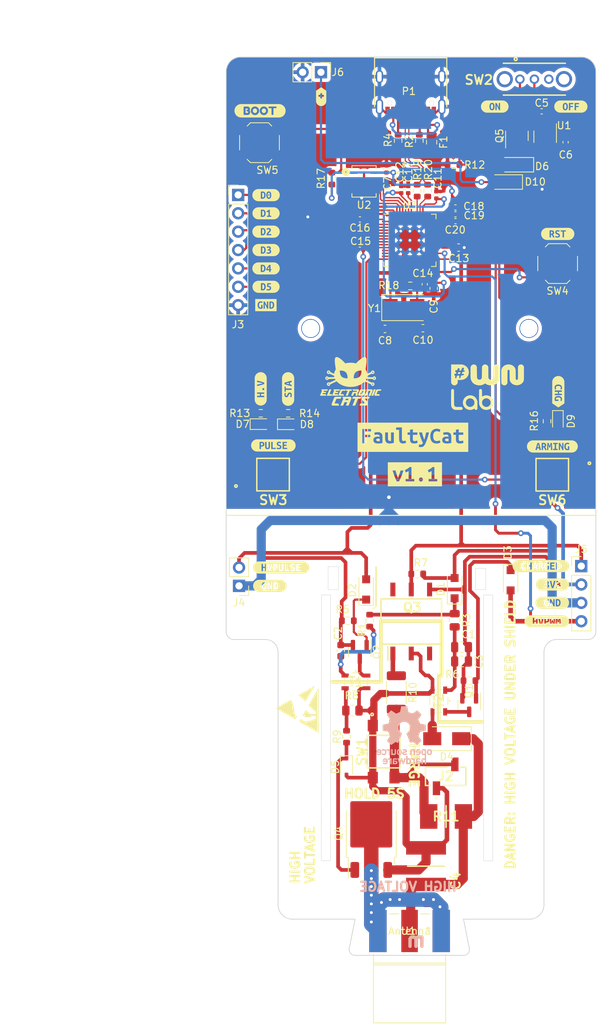
<source format=kicad_pcb>
(kicad_pcb (version 20221018) (generator pcbnew)
  (layers (0 "F.Cu" signal) (31 "B.Cu" signal) (34 "B.Paste" user) (35 "F.Paste" user) (36 "B.SilkS" user "B.Silkscreen") (37 "F.SilkS" user "F.Silkscreen") (38 "B.Mask" user) (39 "F.Mask" user) (44 "Edge.Cuts" user))
  (net 0 "")
  (net 1 "Net-(T2-AA)")
  (net 2 "GND")
  (net 3 "Net-(D4-K)")
  (net 4 "Net-(D5-A)")
  (net 5 "+3V3")
  (net 6 "Net-(SW2-B)")
  (net 7 "+1V2")
  (net 8 "Net-(C10-Pad1)")
  (net 9 "/HVPULSE")
  (net 10 "/HVPWM")
  (net 11 "Net-(U3-XIN)")
  (net 12 "Net-(D1-K)")
  (net 13 "Net-(D2-K)")
  (net 14 "Net-(F1-Pad1)")
  (net 15 "VBUS")
  (net 16 "/GP0")
  (net 17 "/GP1")
  (net 18 "/GP2")
  (net 19 "/GP3")
  (net 20 "/GP4")
  (net 21 "/GP5")
  (net 22 "/CHARGED")
  (net 23 "Net-(D3-K)")
  (net 24 "/D-")
  (net 25 "/D+")
  (net 26 "Net-(D4-A)")
  (net 27 "Net-(T1-SB)")
  (net 28 "Net-(Q1-D)")
  (net 29 "Net-(Q2-D)")
  (net 30 "/GP6")
  (net 31 "/GP7")
  (net 32 "/GP27")
  (net 33 "/QSPI_CS")
  (net 34 "Net-(D5-K)")
  (net 35 "Net-(D7-A)")
  (net 36 "Net-(D8-A)")
  (net 37 "/GP11")
  (net 38 "/RST")
  (net 39 "/GP28")
  (net 40 "Net-(D9-A)")
  (net 41 "/QSPI_DATA1")
  (net 42 "/QSPI_DATA2")
  (net 43 "/QSPI_DATA0")
  (net 44 "/QSPI_SCK")
  (net 45 "/QSPI_DATA3")
  (net 46 "Net-(D10-A)")
  (net 47 "Net-(J1-Ext)")
  (net 48 "Net-(J2-Pin_2)")
  (net 49 "Net-(P1-CC)")
  (net 50 "Net-(P1-VCONN)")
  (net 53 "/SWCLK")
  (net 54 "/SWDIO")
  (net 55 "Net-(Q3-A)")
  (net 56 "Net-(U3-XOUT)")
  (net 74 "Net-(D6-K)")
  (net 75 "/VSYS")
  (net 76 "/+")
  (net 77 "/-")
  (net 78 "Net-(T1-AA)")
  (footprint "Resistor_SMD:R_0603_1608Metric" (layer "F.Cu") (at 111.4919 96.76285 180)
    (fp_text reference "R7")
    (fp_text value "22K")
  )
  (footprint "Capacitor_SMD:C_0402_1005Metric" (layer "F.Cu") (at 116.78 47.99875)
    (fp_text reference "C20")
    (fp_text value "0.1uF")
  )
  (footprint "Package_TO_SOT_SMD:TO-252-3_TabPin2" (layer "F.Cu") (at 105.1319 132.63285 90)
    (fp_text reference "Q4")
    (fp_text value "RGT16BM65DTL")
  )
  (footprint "kibuzzard-642DF578" (layer "F.Cu") (at 130.9325 49.75875)
    (fp_text reference "kibuzzard-642DF578" hide)
    (fp_text value "G***" hide)
  )
  (footprint "Button_Switch_SMD:SW_SPST_TL3342" (layer "F.Cu") (at 130.9225 53.85875)
    (fp_text reference "SW4")
    (fp_text value "RESET")
  )
  (footprint "kibuzzard-642DF7D8" (layer "F.Cu") (at 90.57 51.99)
    (fp_text reference "kibuzzard-642DF7D8" hide)
    (fp_text value "G***" hide)
  )
  (footprint "Capacitor_SMD:C_0402_1005Metric" (layer "F.Cu") (at 112.53 56.71875 -90)
    (fp_text reference "C14")
    (fp_text value "0.1uF")
  )
  (footprint "Resistor_SMD:R_0603_1608Metric" (layer "F.Cu") (at 101.8919 103.23285 180)
    (fp_text reference "R5")
    (fp_text value "1K")
  )
  (footprint "BuggyCat:BatteryHolder" (layer "F.Cu") (at 111.8425 62.82875)
    (fp_text reference "REF**" hide)
    (fp_text value "BatteryHolder")
  )
  (footprint "kibuzzard-6475468D" (layer "F.Cu") (at 110.89 77.87)
    (fp_text reference "kibuzzard-6475468D" hide)
    (fp_text value "G***" hide)
  )
  (footprint "" (layer "F.Cu") (at 100.54754 140.78188)
    (fp_text reference "")
    (fp_text value "")
  )
  (footprint "kibuzzard-642DF5C4" (layer "F.Cu") (at 89.74 32.74)
    (fp_text reference "kibuzzard-642DF5C4" hide)
    (fp_text value "G***" hide)
  )
  (footprint "kibuzzard-64767B55" (layer "F.Cu") (at 98.2 30.79 90)
    (fp_text reference "kibuzzard-64767B55" hide)
    (fp_text value "G***" hide)
  )
  (footprint "Resistor_SMD:R_0603_1608Metric" (layer "F.Cu") (at 112.94 43.77375 -90)
    (fp_text reference "R20")
    (fp_text value "27")
  )
  (footprint "kibuzzard-642E0B91" (layer "F.Cu") (at 128.6 95.67)
    (fp_text reference "kibuzzard-642E0B91" hide)
    (fp_text value "G***" hide)
  )
  (footprint "Package_TO_SOT_SMD:SOT-23-5" (layer "F.Cu") (at 129.1925 36.32625 -90)
    (fp_text reference "U1")
    (fp_text value "AP2112K-3.3")
  )
  (footprint "Resistor_SMD:R_0805_2012Metric" (layer "F.Cu") (at 102.5219 115.64285)
    (fp_text reference "R8")
    (fp_text value "2K")
  )
  (footprint "Capacitor_SMD:C_0805_2012Metric" (layer "F.Cu") (at 117.6219 106.88285)
    (fp_text reference "C1")
    (fp_text value "4.7uF")
  )
  (footprint "BuggyCat:RP2040-QFN-56" (layer "F.Cu") (at 110.48 50.64875)
    (fp_text reference "U3")
    (fp_text value "RP2040")
  )
  (footprint "Resistor_SMD:R_0603_1608Metric" (layer "F.Cu") (at 108.85 36.88375 -90)
    (fp_text reference "R4")
    (fp_text value "5.1K")
  )
  (footprint "kibuzzard-642E0AD5" (layer "F.Cu") (at 91.1 98.41)
    (fp_text reference "kibuzzard-642E0AD5" hide)
    (fp_text value "G***" hide)
  )
  (footprint "kibuzzard-642DF817" (layer "F.Cu") (at 90.57 57.07)
    (fp_text reference "kibuzzard-642DF817" hide)
    (fp_text value "G***" hide)
  )
  (footprint "BuggyCat:TL3305AF160QG" (layer "F.Cu") (at 130.179 83.04875 180)
    (fp_text reference "SW6")
    (fp_text value "TL3305AF260QG" hide)
  )
  (footprint "kibuzzard-647546C2" (layer "F.Cu") (at 111.17 82.99)
    (fp_text reference "kibuzzard-647546C2" hide)
    (fp_text value "G***" hide)
  )
  (footprint "Crystal:Crystal_SMD_5032-2Pin_5.0x3.2mm" (layer "F.Cu") (at 109.63 59.94875)
    (fp_text reference "Y1")
    (fp_text value "12Mhz")
  )
  (footprint "chipshouter:OS102011MA1QN1" (layer "F.Cu") (at 127.7 28.37361)
    (fp_text reference "SW2")
    (fp_text value "ON" hide)
  )
  (footprint "BuggyCat:RESC6432X120N" (layer "F.Cu") (at 115.4819 130.28285)
    (fp_text reference "R11")
    (fp_text value "300K" hide)
  )
  (footprint "Connector_PinHeader_2.54mm:PinHeader_1x07_P2.54mm_Vertical" (layer "F.Cu") (at 86.7125 44.36875)
    (fp_text reference "J3")
    (fp_text value "Header7")
  )
  (footprint "BuggyCat:ATB3225240110T000" (layer "F.Cu") (at 103.0119 111.68285 180)
    (fp_text reference "T1")
    (fp_text value "ATB322524" hide)
  )
  (footprint "Resistor_SMD:R_0603_1608Metric" (layer "F.Cu") (at 118.7219 111.51285 180)
    (fp_text reference "R6")
    (fp_text value "1K")
  )
  (footprint "Fuse:Fuse_0805_2012Metric" (layer "F.Cu") (at 113.4825 37.08625 -90)
    (fp_text reference "F1")
    (fp_text value "0.5A")
  )
  (footprint "BuggyCat:TL3305AF160QG" (layer "F.Cu") (at 91.5425 83.02875)
    (fp_text reference "SW3")
    (fp_text value "TL3305AF260QG" hide)
  )
  (footprint "Package_TO_SOT_SMD:SOT-23" (layer "F.Cu") (at 118.6819 114.88535 -90)
    (fp_text reference "Q1")
    (fp_text value "AO3422")
  )
  (footprint "Diode_SMD:D_SOD-123F" (layer "F.Cu") (at 123.855 42.58875 180)
    (fp_text reference "D10")
    (fp_text value "SM4005PL-TP")
  )
  (footprint "kibuzzard-647546A8" (layer "F.Cu") (at 122.22 32.16)
    (fp_text reference "kibuzzard-647546A8" hide)
    (fp_text value "G***" hide)
  )
  (footprint "kibuzzard-642DF6A9" (layer "F.Cu") (at 89.8325 71.17875 90)
    (fp_text reference "kibuzzard-642DF6A9" hide)
    (fp_text value "G***" hide)
  )
  (footprint "Capacitor_SMD:C_0402_1005Metric" (layer "F.Cu") (at 114.14 44.37375 90)
    (fp_text reference "C11")
    (fp_text value "0.1uF")
  )
  (footprint "Resistor_SMD:R_0805_2012Metric" (layer "F.Cu") (at 116.6719 103.16285 -90)
    (fp_text reference "R3")
    (fp_text value "75R")
  )
  (footprint "calderon_7.5x7.5" (layer "F.Cu") (at 121.22 70.95)
    (fp_text reference "G***" hide)
    (fp_text value "LOGO" hide)
  )
  (footprint "Connector_PinHeader_2.54mm:PinHeader_1x02_P2.54mm_Vertical" (layer "F.Cu") (at 86.8325 98.40875 180)
    (fp_text reference "J4")
    (fp_text value "Header 2")
  )
  (footprint "Diode_SMD:D_SOD-123F" (layer "F.Cu") (at 124.4125 97.63625 -90)
    (fp_text reference "D3")
    (fp_text value "SM4005PL-TP")
  )
  (footprint "Diode_SMD:D_SOD-323F" (layer "F.Cu") (at 101.7019 123.38285 -90)
    (fp_text reference "D5")
    (fp_text value "MM3Zxx")
  )
  (footprint "Capacitor_SMD:C_0402_1005Metric" (layer "F.Cu") (at 109.27 43.63875 90)
    (fp_text reference "C12")
    (fp_text value "0.1uF")
  )
  (footprint "BuggyCat:W25Q16JVUUIQ" (layer "F.Cu") (at 104.13 42.49875)
    (fp_text reference "U2")
    (fp_text value "W25Q16JV")
  )
  (footprint "Resistor_SMD:R_2010_5025Metric" (layer "F.Cu") (at 108.6019 113.14285 -90)
    (fp_text reference "R10")
    (fp_text value "20M")
  )
  (footprint "LED_SMD:LED_0603_1608Metric" (layer "F.Cu") (at 130.955 75.66625 -90)
    (fp_text reference "D9")
    (fp_text value "Charge On")
  )
  (footprint "Capacitor_SMD:C_0402_1005Metric" (layer "F.Cu") (at 107.23 40.79875 90)
    (fp_text reference "C7")
    (fp_text value "0.1uF")
  )
  (footprint "kibuzzard-647546B9" (layer "F.Cu") (at 132.75 32.16)
    (fp_text reference "kibuzzard-647546B9" hide)
    (fp_text value "G***" hide)
  )
  (footprint "kibuzzard-642DF726" (layer "F.Cu") (at 131.015 71.57375 -90)
    (fp_text reference "kibuzzard-642DF726" hide)
    (fp_text value "G***" hide)
  )
  (footprint "Capacitor_SMD:C_0402_1005Metric" (layer "F.Cu") (at 132.0225 37.08625 90)
    (fp_text reference "C6")
    (fp_text value "10uF")
  )
  (footprint "Capacitor_SMD:C_0805_2012Metric" (layer "F.Cu") (at 117.6219 108.85285)
    (fp_text reference "C3")
    (fp_text value "4.7uF")
  )
  (footprint "LED_SMD:LED_0603_1608Metric" (layer "F.Cu") (at 93.6425 76.07375)
    (fp_text reference "D8")
    (fp_text value "Status")
  )
  (footprint "kibuzzard-642E0AC9" (layer "F.Cu") (at 92.66 95.87)
    (fp_text reference "kibuzzard-642E0AC9" hide)
    (fp_text value "G***" hide)
  )
  (footprint "kibuzzard-642E0B26" (layer "F.Cu") (at 130.18 100.74)
    (fp_text reference "kibuzzard-642E0B26" hide)
    (fp_text value "G***" hide)
  )
  (footprint "Resistor_SMD:R_0603_1608Metric" (layer "F.Cu") (at 129.455 75.65375 -90)
    (fp_text reference "R16")
    (fp_text value "1K")
  )
  (footprint "Resistor_SMD:R_0603_1608Metric" (layer "F.Cu") (at 110.53 56.94875 180)
    (fp_text reference "R18")
    (fp_text value "1k")
  )
  (footprint "Resistor_SMD:R_0603_1608Metric" (layer "F.Cu") (at 111.48 43.77375 -90)
    (fp_text reference "R19")
    (fp_text value "27")
  )
  (footprint "kibuzzard-642DF7E6" (layer "F.Cu") (at 90.57 54.53)
    (fp_text reference "kibuzzard-642DF7E6" hide)
    (fp_text value "G***" hide)
  )
  (footprint "kibuzzard-642F0B74" (layer "F.Cu") (at 91.5825 78.99875)
    (fp_text reference "kibuzzard-642F0B74" hide)
    (fp_text value "G***" hide)
  )
  (footprint "kibuzzard-642DF805" (layer "F.Cu") (at 90.55 59.6)
    (fp_text reference "kibuzzard-642DF805" hide)
    (fp_text value "G***" hide)
  )
  (footprint "Capacitor_SMD:C_0603_1608Metric" (layer "F.Cu") (at 113.77 57.28875 -90)
    (fp_text reference "C9")
    (fp_text value "1uF")
  )
  (footprint "kibuzzard-642DF7CA" (layer "F.Cu") (at 90.57 49.45)
    (fp_text reference "kibuzzard-642DF7CA" hide)
    (fp_text value "G***" hide)
  )
  (footprint "Capacitor_SMD:C_0402_1005Metric" (layer "F.Cu") (at 103.55 51.94875 180)
    (fp_text reference "C15")
    (fp_text value "0.1uF")
  )
  (footprint "Symbol:ESD-Logo_6.6x6mm_SilkScreen" (layer "F.Cu") (at 94.8825 115.47875 90)
    (fp_text reference "REF**" hide)
    (fp_text value "ESD-Logo_6.6x6mm_SilkScreen" hide)
  )
  (footprint "Capacitor_SMD:C_0402_1005Metric" (layer "F.Cu") (at 110.24 43.63875 90)
    (fp_text reference "C17")
    (fp_text value "0.1uF")
  )
  (footprint "Capacitor_SMD:C_0603_1608Metric" (layer "F.Cu") (at 112.28 62.79875)
    (fp_text reference "C10")
    (fp_text value "27pF")
  )
  (footprint "Resistor_SMD:R_0603_1608Metric" (layer "F.Cu") (at 99.68 42.10875 90)
    (fp_text reference "R17")
    (fp_text value "10K")
  )
  (footprint "BuggyCat:BG30602A20400LG" (layer "F.Cu") (at 115.4219 124.73285)
    (fp_text reference "J2")
    (fp_text value "BG306-02-A-2-0400-L-G" hide)
  )
  (footprint "LED_SMD:LED_0603_1608Metric" (layer "F.Cu") (at 89.855 76.05375)
    (fp_text reference "D7")
    (fp_text value "H.V.Detected")
  )
  (footprint "Button_Switch_SMD:SW_SPST_TL3342" (layer "F.Cu") (at 89.66 37.15 180)
    (fp_text reference "SW5")
    (fp_text value "BOOT")
  )
  (footprint "Package_TO_SOT_SMD:SOT-23" (layer "F.Cu") (at 125.2825 36.20875 90)
    (fp_text reference "Q5")
    (fp_text value "DMG3415U-7")
  )
  (footprint "kibuzzard-642E0B82" (layer "F.Cu") (at 130.22 98.22)
    (fp_text reference "kibuzzard-642E0B82" hide)
    (fp_text value "G***" hide)
  )
  (footprint "BuggyCat:TL3305AF160QG" (layer "F.Cu") (at 106.8425 121.31875 -90)
    (fp_text reference "SW1")
    (fp_text value "TL3305AF260QG" hide)
  )
  (footprint "Resistor_SMD:R_0603_1608Metric" (layer "F.Cu") (at 93.6275 74.55875 180)
    (fp_text reference "R14")
    (fp_text value "1K")
  )
  (footprint "Capacitor_SMD:C_0603_1608Metric" (layer "F.Cu") (at 100.9119 107.36285 90)
    (fp_text reference "C2")
    (fp_text value "100nF")
  )
  (footprint "Resistor_SMD:R_0603_1608Metric" (layer "F.Cu") (at 116.51 40.17875 180)
    (fp_text reference "R12")
    (fp_text value "100K")
  )
  (footprint "Resistor_SMD:R_0603_1608Metric" (layer "F.Cu") (at 104.9119 103.21285 -90)
    (fp_text reference "R1")
    (fp_text value "10R")
  )
  (footprint "BuggyCat:ATB3225240110T000" (layer "F.Cu") (at 114.4819 114.32285 90)
    (fp_text reference "T2")
    (fp_text value "ATB322524" hide)
  )
  (footprint "Diode_SMD:D_SOD-123F" (layer "F.Cu") (at 104.4219 98.90535 90)
    (fp_text reference "D2")
    (fp_text value "SM4005PL-TP")
  )
  (footprint "kibuzzard-642DF7B5" (layer "F.Cu") (at 90.57 44.4)
    (fp_text reference "kibuzzard-642DF7B5" hide)
    (fp_text value "G***" hide)
  )
  (footprint "Capacitor_SMD:C_0603_1608Metric" (layer "F.Cu") (at 107.03 62.89875 180)
    (fp_text reference "C8")
    (fp_text value "27pF")
  )
  (footprint "Diode_SMD:D_SOD-123" (layer "F.Cu") (at 125.24 40.19875 180)
    (fp_text reference "D6")
    (fp_text value "MBR120")
  )
  (footprint "kibuzzard-642DF6E0" (layer "F.Cu") (at 93.6225 71.19875 90)
    (fp_text reference "kibuzzard-642DF6E0" hide)
    (fp_text value "G***" hide)
  )
  (footprint "Connector_PinHeader_2.54mm:PinHeader_1x02_P2.54mm_Vertical" (layer "F.Cu") (at 98.17 27.41 -90)
    (fp_text reference "J6")
    (fp_text value "Input Power:2x AA Battery")
  )
  (footprint "Resistor_SMD:R_0603_1608Metric" (layer "F.Cu") (at 101.7119 119.25285 -90)
    (fp_text reference "R9")
    (fp_text value "10R")
  )
  (footprint "Resistor_SMD:R_0603_1608Metric" (layer "F.Cu") (at 111.7825 36.88625 -90)
    (fp_text reference "R2")
    (fp_text value "5.1K")
  )
  (footprint "BuggyCat:SOP254P952X470-6N" (layer "F.Cu") (at 110.6619 103.33285 90)
    (fp_text reference "Q3")
    (fp_text value "LDA111STR" hide)
  )
  (footprint "Diode_SMD:D_SOD-123F" (layer "F.Cu") (at 116.6619 98.72535 90)
    (fp_text reference "D1")
    (fp_text value "SM4005PL-TP")
  )
  (footprint "Capacitor_SMD:C_0402_1005Metric" (layer "F.Cu") (at 116.78 47.04875)
    (fp_text reference "C19")
    (fp_text value "0.1uF")
  )
  (footprint "Capacitor_SMD:C_0402_1005Metric" (layer "F.Cu") (at 116.78 46.09875)
    (fp_text reference "C18")
    (fp_text value "0.1uF")
  )
  (footprint "Package_TO_SOT_SMD:SOT-23" (layer "F.Cu") (at 103.5419 107.54285 -90)
    (fp_text reference "Q2")
    (fp_text value "AO3422")
  )
  (footprint "BuggyCat:732511150" (layer "F.Cu") (at 110.4325 147.27875 180)
    (fp_text reference "J1")
    (fp_text value "Antenna")
  )
  (footprint "Capacitor_SMD:C_0402_1005Metric" (layer "F.Cu") (at 103.56 47.75875 180)
    (fp_text reference "C16")
    (fp_text value "0.1uF")
  )
  (footprint "" (layer "F.Cu") (at 119.54658 140.78188)
    (fp_text reference "")
    (fp_text value "")
  )
  (footprint "Connectors:C393939" (layer "F.Cu") (at 110.5825 32.17375 180)
    (fp_text reference "P1")
    (fp_text value "USB_C_Plug_USB2.0")
  )
  (footprint "Resistor_SMD:R_0603_1608Metric" (layer "F.Cu") (at 89.8425 74.55375 180)
    (fp_text reference "R13")
    (fp_text value "1K")
  )
  (footprint "Connector_PinHeader_2.54mm:PinHeader_1x04_P2.54mm_Vertical" (layer "F.Cu") (at 134.1925 95.67875)
    (fp_text reference "J5")
    (fp_text value "Header 4")
  )
  (footprint "BuggyCat:CAPC6153X500N" (layer "F.Cu") (at 112.7119 137.15285 90)
    (fp_text reference "C4")
    (fp_text value "0.47uF" hide)
  )
  (footprint "Capacitor_SMD:C_0603_1608Metric" (layer "F.Cu") (at 117.22 51.64875)
    (fp_text reference "C13")
    (fp_text value "1uF")
  )
  (footprint "kibuzzard-642DF7A2" (layer "F.Cu") (at 90.57 46.91)
    (fp_text reference "kibuzzard-642DF7A2" hide)
    (fp_text value "G***" hide)
  )
  (footprint "Capacitor_SMD:C_0402_1005Metric" (layer "F.Cu") (at 128.7125 32.81625)
    (fp_text reference "C5")
    (fp_text value "10uF")
  )
  (footprint "kibuzzard-642E0AF5" (layer "F.Cu") (at 129.42 103.3)
    (fp_text reference "kibuzzard-642E0AF5" hide)
    (fp_text value "G***" hide)
  )
  (footprint "kibuzzard-642E11AF" (layer "F.Cu") (at 130.1925 79.13875)
    (fp_text reference "kibuzzard-642E11AF" hide)
    (fp_text value "G***" hide)
  )
  (footprint "Diode_SMD:D_SMA" (layer "F.Cu") (at 115.5719 119.53285 180)
    (fp_text reference "D4")
    (fp_text value "MURA160T3G")
  )
  (footprint "Symbol_EC:electronic_cats_logo_8x6" (layer "F.Cu") (at 102.28 70.14)
    (fp_text reference "G***" hide)
    (fp_text value "LOGO" hide)
  )
  (footprint "Symbol:OSHW-Logo_7.5x8mm_SilkScreen" (layer "B.Cu") (at 109.7 119.05 180)
    (fp_text reference "REF**" hide)
    (fp_text value "OSHW-Logo_7.5x8mm_SilkScreen" hide)
  )
  (gr_line (start 105.7969 101.18215) (end 105.7969 95.78215) (stroke (width 0.2)) (layer "F.SilkS"))
  (gr_line (start 106.4733 103.27275) (end 114.8553 103.27275) (stroke (width 0.508)) (layer "F.SilkS"))
  (gr_line (start 114.4743 110.81655) (end 114.8553 110.81655) (stroke (width 0.508)) (layer "F.SilkS"))
  (gr_line (start 114.4743 117.21735) (end 120.4179 117.21735) (stroke (width 0.508)) (layer "F.SilkS"))
  (gr_line (start 120.4179 117.21735) (end 120.4179 117.16655) (stroke (width 0.508)) (layer "F.SilkS"))
  (gr_line (start 114.8553 110.81655) (end 114.8553 103.27275) (stroke (width 0.508)) (layer "F.SilkS"))
  (gr_line (start 99.7169 111.68015) (end 106.4733 111.68015) (stroke (width 0.508)) (layer "F.SilkS"))
  (gr_line (start 105.3969 101.58215) (end 105.7969 101.18215) (stroke (width 0.2)) (layer "F.SilkS"))
  (gr_line (start 106.4733 111.68015) (end 106.4733 110.02915) (stroke (width 0.508)) (layer "F.SilkS"))
  (gr_line (start 114.4743 117.21735) (end 114.4743 110.81655) (stroke (width 0.508)) (layer "F.SilkS"))
  (gr_line (start 85.075 88.66875) (end 136.1425 88.66875) (stroke (width 0.15)) (layer "F.SilkS"))
  (gr_line (start 106.4733 110.02915) (end 106.4733 103.27275) (stroke (width 0.508)) (layer "F.SilkS"))
  (gr_line (start 119.5543 95.98295) (end 119.5543 98.92935) (stroke (width 0.05)) (layer "Edge.Cuts"))
  (gr_line (start 85.0525 27.30875) (end 85.0525 104.73) (stroke (width 0.1)) (layer "Edge.Cuts"))
  (gr_line (start 117.8969 144.47875) (end 127.0325 144.47875) (stroke (width 0.1)) (layer "Edge.Cuts"))
  (gr_arc (start 90.5 105.820001) (mid 91.701633 106.314137) (end 92.2325 107.5) (stroke (width 0.1)) (layer "Edge.Cuts"))
  (gr_arc (start 129.0325 107.5) (mid 129.565867 106.313139) (end 130.77 105.82) (stroke (width 0.1)) (layer "Edge.Cuts"))
  (gr_arc (start 94.2325 144.47875) (mid 92.818279 143.892971) (end 92.2325 142.47875) (stroke (width 0.1)) (layer "Edge.Cuts"))
  (gr_line (start 92.2325 107.5) (end 92.2325 142.47875) (stroke (width 0.1)) (layer "Edge.Cuts"))
  (gr_line (start 98.2437 99.66595) (end 99.4883 99.66595) (stroke (width 0.05)) (layer "Edge.Cuts"))
  (gr_line (start 120.6719 99.66595) (end 120.6719 136.41975) (stroke (width 0.05)) (layer "Edge.Cuts"))
  (gr_arc (start 118.6955 148.48215) (mid 118.54433 149.180306) (end 117.8969 149.482149) (stroke (width 0.1)) (layer "Edge.Cuts"))
  (gr_line (start 117.8969 144.47875) (end 118.6955 148.48215) (stroke (width 0.1)) (layer "Edge.Cuts"))
  (gr_arc (start 102.8925 149.48215) (mid 102.246927 149.178915) (end 102.0945 148.48215) (stroke (width 0.1)) (layer "Edge.Cuts"))
  (gr_line (start 121.9419 99.66595) (end 120.6719 99.66595) (stroke (width 0.05)) (layer "Edge.Cuts"))
  (gr_arc (start 134.2125 25.30875) (mid 135.626714 25.894536) (end 136.2125 27.30875) (stroke (width 0.1)) (layer "Edge.Cuts"))
  (gr_line (start 121.9419 136.41975) (end 121.9419 99.66595) (stroke (width 0.05)) (layer "Edge.Cuts"))
  (gr_line (start 99.4883 99.66595) (end 99.4883 136.39435) (stroke (width 0.05)) (layer "Edge.Cuts"))
  (gr_arc (start 86.01 105.82) (mid 85.32203 105.458787) (end 85.0525 104.73) (stroke (width 0.1)) (layer "Edge.Cuts"))
  (gr_line (start 87.0525 25.30875) (end 134.2125 25.30875) (stroke (width 0.1)) (layer "Edge.Cuts"))
  (gr_line (start 99.4883 136.39435) (end 98.2183 136.39435) (stroke (width 0.05)) (layer "Edge.Cuts"))
  (gr_line (start 117.8969 149.48215) (end 102.8969 149.48215) (stroke (width 0.1)) (layer "Edge.Cuts"))
  (gr_arc (start 129.0325 142.47875) (mid 128.446721 143.892971) (end 127.0325 144.47875) (stroke (width 0.1)) (layer "Edge.Cuts"))
  (gr_line (start 120.6719 136.41975) (end 121.9419 136.41975) (stroke (width 0.05)) (layer "Edge.Cuts"))
  (gr_line (start 119.5543 98.92935) (end 120.9767 98.92935) (stroke (width 0.05)) (layer "Edge.Cuts"))
  (gr_line (start 99.1581 98.92935) (end 99.1581 95.75435) (stroke (width 0.05)) (layer "Edge.Cuts"))
  (gr_arc (start 85.0525 27.30875) (mid 85.638286 25.894536) (end 87.0525 25.30875) (stroke (width 0.1)) (layer "Edge.Cuts"))
  (gr_line (start 120.9767 98.92935) (end 120.9767 95.98295) (stroke (width 0.05)) (layer "Edge.Cuts"))
  (gr_line (start 102.0945 148.48215) (end 102.8969 144.47875) (stroke (width 0.1)) (layer "Edge.Cuts"))
  (gr_line (start 102.8969 144.47875) (end 94.2325 144.47875) (stroke (width 0.1)) (layer "Edge.Cuts"))
  (gr_line (start 120.9767 95.98295) (end 119.5543 95.98295) (stroke (width 0.05)) (layer "Edge.Cuts"))
  (gr_arc (start 136.2125 104.73) (mid 135.94547 105.457827) (end 135.26 105.82) (stroke (width 0.1)) (layer "Edge.Cuts"))
  (gr_line (start 99.1581 95.75435) (end 100.6059 95.75435) (stroke (width 0.05)) (layer "Edge.Cuts"))
  (gr_line (start 129.0325 107.5) (end 129.0325 142.47875) (stroke (width 0.1)) (layer "Edge.Cuts"))
  (gr_line (start 100.6059 98.92935) (end 99.1581 98.92935) (stroke (width 0.05)) (layer "Edge.Cuts"))
  (gr_line (start 100.6059 95.75435) (end 100.6059 98.92935) (stroke (width 0.05)) (layer "Edge.Cuts"))
  (gr_line (start 130.77 105.82) (end 135.26 105.82) (stroke (width 0.1)) (layer "Edge.Cuts"))
  (gr_line (start 136.2125 27.30875) (end 136.2125 104.73) (stroke (width 0.1)) (layer "Edge.Cuts"))
  (gr_line (start 86.01 105.82) (end 90.5 105.82) (stroke (width 0.1)) (layer "Edge.Cuts"))
  (gr_line (start 98.2183 136.39435) (end 98.2437 99.66595) (stroke (width 0.05)) (layer "Edge.Cuts"))
  (gr_text "HIGH VOLTAGE" (at 117.1325 140.73875 360) (layer "B.SilkS") (effects (font (size 1.27 1.27) (thickness 0.3048)) (justify left bottom mirror)))
  (gr_text "m" (at 112.8969 148.48215 360) (layer "B.SilkS") (effects (font (size 1.905 1.905) (thickness 0.508) bold) (justify left bottom mirror)))
  (gr_text "HOLD 5S" (at 101.1925 127.85875) (layer "F.SilkS") (effects (font (size 1.27 1.27) (thickness 0.3048)) (justify left bottom)))
  (gr_text "HIGH\nVOLTAGE" (at 97.4025 139.74875 90) (layer "F.SilkS") (effects (font (size 1.27 1.27) (thickness 0.3048)) (justify left bottom)))
  (gr_text "DISCHARGE" (at 110.2825 115.61875 270) (layer "F.SilkS") (effects (font (size 1.27 1.27) (thickness 0.3048)) (justify left bottom)))
  (gr_text "DANGER: HIGH VOLTAGE UNDER SHIELD" (at 125.13 137.79 90) (layer "F.SilkS") (effects (font (size 1.27 1.27) (thickness 0.3048)) (justify left bottom)))
  (segment (start 115.3569 112.82285) (end 116.2084 112.82285) (width 0.508) (layer "F.Cu") (net 1))
  (segment (start 116.6825 112.34875) (end 116.6825 108.86345) (width 0.508) (layer "F.Cu") (net 1))
  (segment (start 116.6719 106.88285) (end 116.6719 104.07535) (width 0.508) (layer "F.Cu") (net 1))
  (segment (start 116.6719 108.85285) (end 116.6719 106.88285) (width 0.508) (layer "F.Cu") (net 1))
  (segment (start 116.6825 108.86345) (end 116.6719 108.85285) (width 0.508) (layer "F.Cu") (net 1))
  (segment (start 116.2084 112.82285) (end 116.6825 112.34875) (width 0.508) (layer "F.Cu") (net 1))
  (segment (start 129.2645 94.38075) (end 129.7845 94.90075) (width 0.508) (layer "F.Cu") (net 2))
  (segment (start 109.48 52.19875) (end 109.205 51.92375) (width 0.2) (layer "F.Cu") (net 2))
  (segment (start 101.5725 95.15875) (end 101.5725 100.00875) (width 0.508) (layer "F.Cu") (net 2))
  (segment (start 117.5025 98.90785) (end 117.5736 98.90785) (width 0.508) (layer "F.Cu") (net 2))
  (segment (start 100.9119 106.58785) (end 100.9119 103.38785) (width 0.508) (layer "F.Cu") (net 2))
  (segment (start 130.3325 100.75875) (end 134.1925 100.75875) (width 0.508) (layer "F.Cu") (net 2))
  (segment (start 90.0325 94.55875) (end 100.9725 94.55875) (width 0.508) (layer "F.Cu") (net 2))
  (segment (start 117.8969 113.78285) (end 117.7319 113.94785) (width 0.508) (layer "F.Cu") (net 2))
  (segment (start 107.3825 32.99875) (end 107.0875 32.99875) (width 0.3) (layer "F.Cu") (net 2))
  (segment (start 118.0845 99.41875) (end 118.0845 98.85875) (width 0.508) (layer "F.Cu") (net 2))
  (segment (start 118.0845 98.39875) (end 118.0845 95.02675) (width 0.508) (layer "F.Cu") (net 2))
  (segment (start 96.7025 47.75875) (end 103.08 47.75875) (width 0.3) (layer "F.Cu") (net 2))
  (segment (start 100.9725 94.55875) (end 101.5725 95.15875) (width 0.508) (layer "F.Cu") (net 2))
  (segment (start 117.5736 98.90785) (end 118.0845 99.41875) (width 0.508) (layer "F.Cu") (net 2))
  (segment (start 102.5744 106.58785) (end 102.5919 106.60535) (width 0.508) (layer "F.Cu") (net 2))
  (segment (start 117.8969 109.52785) (end 118.5719 108.85285) (width 0.508) (layer "F.Cu") (net 2))
  (segment (start 114.0775 32.99875) (end 114.9025 32.17375) (width 0.3) (layer "F.Cu") (net 2))
  (segment (start 107.0875 32.99875) (end 106.2625 32.17375) (width 0.3) (layer "F.Cu") (net 2))
  (segment (start 117.8969 111.51285) (end 117.8969 109.52785) (width 0.508) (layer "F.Cu") (net 2))
  (segment (start 118.0845 98.85875) (end 118.0845 98.39875) (width 0.508) (layer "F.Cu") (net 2))
  (segment (start 118.7305 94.38075) (end 129.2645 94.38075) (width 0.508) (layer "F.Cu") (net 2))
  (segment (start 101.0425 103.20845) (end 101.0669 103.23285) (width 0.508) (layer "F.Cu") (net 2))
  (segment (start 113.2019 98.90785) (end 117.5025 98.90785) (width 0.508) (layer "F.Cu") (net 2))
  (segment (start 100.9119 106.58785) (end 102.5744 106.58785) (width 0.508) (layer "F.Cu") (net 2))
  (segment (start 117.5025 98.90785) (end 117.5754 98.90785) (width 0.508) (layer "F.Cu") (net 2))
  (segment (start 88.8425 98.40875) (end 89.5525 97.69875) (width 0.508) (layer "F.Cu") (net 2))
  (segment (start 86.8325 98.40875) (end 88.8425 98.40875) (width 0.508) (layer "F.Cu") (net 2))
  (segment (start 117.5025 98.90785) (end 118.0354 98.90785) (width 0.508) (layer "F.Cu") (net 2))
  (segment (start 89.5525 97.69875) (end 89.5525 95.03875) (width 0.508) (layer "F.Cu") (net 2))
  (segment (start 101.5725 100.00875) (end 101.0425 100.53875) (width 0.508) (layer "F.Cu") (net 2))
  (segment (start 129.7845 100.21075) (end 130.3325 100.75875) (width 0.508) (layer "F.Cu") (net 2))
  (segment (start 117.8969 111.51285) (end 117.8969 113.78285) (width 0.508) (layer "F.Cu") (net 2))
  (segment (start 118.0354 98.90785) (end 118.0845 98.85875) (width 0.508) (layer "F.Cu") (net 2))
  (segment (start 118.0845 106.39545) (end 118.0845 99.41875) (width 0.508) (layer "F.Cu") (net 2))
  (segment (start 101.0425 100.53875) (end 101.0425 103.20845) (width 0.508) (layer "F.Cu") (net 2))
  (segment (start 109.48 54.08625) (end 109.48 52.19875) (width 0.2) (layer "F.Cu") (net 2))
  (segment (start 118.0845 95.02675) (end 118.7305 94.38075) (width 0.508) (layer "F.Cu") (net 2))
  (segment (start 118.5719 106.88285) (end 118.0845 106.39545) (width 0.508) (layer "F.Cu") (net 2))
  (segment (start 113.7825 32.99875) (end 114.0775 32.99875) (width 0.3) (layer "F.Cu") (net 2))
  (segment (start 96.3525 47.40875) (end 96.7025 47.75875) (width 0.3) (layer "F.Cu") (net 2))
  (segment (start 89.5525 95.03875) (end 90.0325 94.55875) (width 0.508) (layer "F.Cu") (net 2))
  (segment (start 118.5719 108.85285) (end 118.5719 106.88285) (width 0.508) (layer "F.Cu") (net 2))
  (segment (start 117.5754 98.90785) (end 118.0845 98.39875) (width 0.508) (layer "F.Cu") (net 2))
  (segment (start 100.9119 103.38785) (end 101.0669 103.23285) (width 0.508) (layer "F.Cu") (net 2))
  (segment (start 129.7845 94.90075) (end 129.7845 100.21075) (width 0.508) (layer "F.Cu") (net 2))
  (via (at 107.5725 86.15875) (size 0.9) (drill 0.5) (layers "F.Cu" "B.Cu") (net 2))
  (via (at 103.8 44.78875) (size 0.8) (drill 0.4) (layers "F.Cu" "B.Cu") (net 2))
  (via (at 117.995 51.64875) (size 0.8) (drill 0.4) (layers "F.Cu" "B.Cu") (net 2))
  (via (at 128.7725 43.58875) (size 0.8) (drill 0.4) (layers "F.Cu" "B.Cu") (net 2))
  (via (at 96.3525 47.40875) (size 0.8) (drill 0.4) (layers "F.Cu" "B.Cu") (net 2))
  (segment (start 107.5725 86.15875) (end 107.5725 88.09875) (width 1.27) (layer "B.Cu") (net 2))
  (segment (start 91.1425 89.36875) (end 106.3125 89.36875) (width 1.27) (layer "B.Cu") (net 2))
  (segment (start 89.9025 90.60875) (end 91.1425 89.36875) (width 1.27) (layer "B.Cu") (net 2))
  (segment (start 106.3125 89.36875) (end 108.8125 89.36875) (width 1.27) (layer "B.Cu") (net 2))
  (segment (start 107.5725 88.12875) (end 108.8125 89.36875) (width 1.27) (layer "B.Cu") (net 2))
  (segment (start 89.9025 97.53875) (end 89.9025 90.60875) (width 1.27) (layer "B.Cu") (net 2))
  (segment (start 108.8125 89.36875) (end 129.1725 89.36875) (width 1.27) (layer "B.Cu") (net 2))
  (segment (start 107.5725 88.09875) (end 107.5725 89.36875) (width 1.27) (layer "B.Cu") (net 2))
  (segment (start 130.1625 100.12875) (end 130.7925 100.75875) (width 1.27) (layer "B.Cu") (net 2))
  (segment (start 130.1625 90.35875) (end 130.1625 100.12875) (width 1.27) (layer "B.Cu") (net 2))
  (segment (start 107.5725 88.09875) (end 107.5725 88.10875) (width 1.27) (layer "B.Cu") (net 2))
  (segment (start 130.7925 100.75875) (end 134.1925 100.75875) (width 1.27) (layer "B.Cu") (net 2))
  (segment (start 86.8325 98.40875) (end 89.0325 98.40875) (width 1.27) (layer "B.Cu") (net 2))
  (segment (start 107.5725 88.09875) (end 107.5725 88.12875) (width 1.27) (layer "B.Cu") (net 2))
  (segment (start 89.0325 98.40875) (end 89.9025 97.53875) (width 1.27) (layer "B.Cu") (net 2))
  (segment (start 107.5725 88.10875) (end 106.3125 89.36875) (width 1.27) (layer "B.Cu") (net 2))
  (segment (start 129.1725 89.36875) (end 130.1625 90.35875) (width 1.27) (layer "B.Cu") (net 2))
  (segment (start 110.5919 145.95095) (end 110.5919 140.51935) (width 1.27) (layer "F.Cu") (net 3))
  (segment (start 119.2166 119.53285) (end 119.9425 120.25875) (width 1.27) (layer "F.Cu") (net 3))
  (segment (start 117.5719 119.53285) (end 119.2166 119.53285) (width 1.27) (layer "F.Cu") (net 3))
  (segment (start 117.0284 139.68285) (end 112.7119 139.68285) (width 1.27) (layer "F.Cu") (net 3))
  (segment (start 117.8625 138.84875) (end 117.0284 139.68285) (width 1.27) (layer "F.Cu") (net 3))
  (segment (start 110.5919 140.51935) (end 111.4284 139.68285) (width 1.27) (layer "F.Cu") (net 3))
  (segment (start 110.4325 146.11035) (end 110.5919 145.95095) (width 1.27) (layer "F.Cu") (net 3))
  (segment (start 117.8625 130.30225) (end 117.8625 138.84875) (width 1.27) (layer "F.Cu") (net 3))
  (segment (start 119.2984 130.28285) (end 117.8819 130.28285) (width 1.27) (layer "F.Cu") (net 3))
  (segment (start 111.4284 139.68285) (end 112.7119 139.68285) (width 1.27) (layer "F.Cu") (net 3))
  (segment (start 119.9425 129.63875) (end 119.2984 130.28285) (width 1.27) (layer "F.Cu") (net 3))
  (segment (start 117.8819 130.28285) (end 117.8625 130.30225) (width 1.27) (layer "F.Cu") (net 3))
  (segment (start 119.9425 120.25875) (end 119.9425 129.63875) (width 1.27) (layer "F.Cu") (net 3))
  (segment (start 104.6825 115.64285) (end 104.7184 115.64285) (width 0.508) (layer "F.Cu") (net 4))
  (segment (start 103.4344 112.87685) (end 103.7534 112.55785) (width 0.508) (layer "F.Cu") (net 4))
  (segment (start 103.7534 112.55785) (end 104.5119 112.55785) (width 0.508) (layer "F.Cu") (net 4))
  (segment (start 113.0425 110.78875) (end 113.6069 111.35315) (width 0.508) (layer "F.Cu") (net 4))
  (segment (start 109.0825 126.72875) (end 109.9525 127.59875) (width 1) (layer "F.Cu") (net 4))
  (segment (start 105.279 117.78225) (end 105.1925 117.78225) (width 1) (layer "F.Cu") (net 4))
  (segment (start 109.9525 127.59875) (end 109.9525 133.97875) (width 1) (layer "F.Cu") (net 4))
  (segment (start 105.3425 124.91875) (end 105.3425 126.14875) (width 1) (layer "F.Cu") (net 4))
  (segment (start 115.6025 126.92875) (end 115.6025 133.50875) (width 0.635) (layer "F.Cu") (net 4))
  (segment (start 111.5616 107.75785) (end 111.9625 108.15875) (width 0.508) (layer "F.Cu") (net 4))
  (segment (start 113.6069 111.35315) (end 113.6069 112.82285) (width 0.508) (layer "F.Cu") (net 4))
  (segment (start 111.9625 110.13875) (end 112.6125 110.78875) (width 0.508) (layer "F.Cu") (net 4))
  (segment (start 109.9525 133.97875) (end 110.5966 134.62285) (width 1) (layer "F.Cu") (net 4))
  (segment (start 107.2025 113.27875) (end 107.1925 113.28875) (width 0.635) (layer "F.Cu") (net 4))
  (segment (start 104.6825 115.64285) (end 105.4766 115.64285) (width 0.508) (layer "F.Cu") (net 4))
  (segment (start 105.4766 115.64285) (end 105.4925 115.65875) (width 0.508) (layer "F.Cu") (net 4))
  (segment (start 115.6025 133.50875) (end 114.4884 134.62285) (width 0.635) (layer "F.Cu") (net 4))
  (segment (start 105.3425 126.14875) (end 105.9225 126.72875) (width 1) (layer "F.Cu") (net 4))
  (segment (start 114.1519 126.38285) (end 115.0566 126.38285) (width 0.635) (layer "F.Cu") (net 4))
  (segment (start 107.4119 137.67285) (end 111.6784 137.67285) (width 1.27) (layer "F.Cu") (net 4))
  (segment (start 104.6825 115.64285) (end 104.7066 115.64285) (width 0.508) (layer "F.Cu") (net 4))
  (segment (start 103.4344 115.64285) (end 104.6825 115.64285) (width 0.508) (layer "F.Cu") (net 4))
  (segment (start 101.9225 124.91875) (end 105.3425 124.91875) (width 0.508) (layer "F.Cu") (net 4))
  (segment (start 106.4025 113.28875) (end 107.1925 113.28875) (width 1) (layer "F.Cu") (net 4))
  (segment (start 105.4925 114.19875) (end 106.4025 113.28875) (width 1) (layer "F.Cu") (net 4))
  (segment (start 105.4925 115.65875) (end 105.4925 114.86875) (width 1) (layer "F.Cu") (net 4))
  (segment (start 111.6784 137.67285) (end 112.7119 136.63935) (width 1.27) (layer "F.Cu") (net 4))
  (segment (start 113.151 113.27875) (end 107.2025 113.27875) (width 0.635) (layer "F.Cu") (net 4))
  (segment (start 105.3425 124.91875) (end 105.3425 117.71875) (width 1) (layer "F.Cu") (net 4))
  (segment (start 115.0566 126.38285) (end 115.6025 126.92875) (width 0.635) (layer "F.Cu") (net 4))
  (segment (start 114.4884 134.62285) (end 112.7119 134.62285) (width 0.635) (layer "F.Cu") (net 4))
  (segment (start 104.7184 115.64285) (end 105.4925 114.86875) (width 0.508) (layer "F.Cu") (net 4))
  (segment (start 105.9225 126.72875) (end 109.0825 126.72875) (width 1) (layer "F.Cu") (net 4))
  (segment (start 110.6619 107.75785) (end 111.5616 107.75785) (width 0.508) (layer "F.Cu") (net 4))
  (segment (start 112.7119 136.63935) (end 112.7119 134.62285) (width 1.27) (layer "F.Cu") (net 4))
  (segment (start 105.4925 116.42875) (end 105.4925 117.56875) (width 1) (layer "F.Cu") (net 4))
  (segment (start 103.4344 115.64285) (end 103.4344 112.87685) (width 0.508) (layer "F.Cu") (net 4))
  (segment (start 105.4925 114.86875) (end 105.4925 114.19875) (width 1) (layer "F.Cu") (net 4))
  (segment (start 104.7066 115.64285) (end 105.4925 116.42875) (width 0.508) (layer "F.Cu") (net 4))
  (segment (start 105.4925 116.42875) (end 105.4925 115.65875) (width 1) (layer "F.Cu") (net 4))
  (segment (start 105.4925 117.56875) (end 105.279 117.78225) (width 1) (layer "F.Cu") (net 4))
  (segment (start 110.5966 134.62285) (end 112.7119 134.62285) (width 1) (layer "F.Cu") (net 4))
  (segment (start 101.7019 124.48285) (end 101.7019 124.69815) (width 0.508) (layer "F.Cu") (net 4))
  (segment (start 112.6125 110.78875) (end 113.0425 110.78875) (width 0.508) (layer "F.Cu") (net 4))
  (segment (start 113.6069 112.82285) (end 113.151 113.27875) (width 0.635) (layer "F.Cu") (net 4))
  (segment (start 101.7019 124.69815) (end 101.9225 124.91875) (width 0.508) (layer "F.Cu") (net 4))
  (segment (start 111.9625 108.15875) (end 111.9625 110.13875) (width 0.508) (layer "F.Cu") (net 4))
  (segment (start 130.1425 37.46375) (end 130.1425 44.32875) (width 0.3) (layer "F.Cu") (net 5))
  (segment (start 108.24 48.04875) (end 110.89 48.04875) (width 0.2) (layer "F.Cu") (net 5))
  (segment (start 108.02 51.51875) (end 108.02 48.23875) (width 0.2) (layer "F.Cu") (net 5))
  (segment (start 130.2625 85.28875) (end 130.2625 85.24875) (width 0.508) (layer "F.Cu") (net 5))
  (segment (start 113.21 51.64875) (end 113.03 51.64875) (width 0.2) (layer "F.Cu") (net 5))
  (segment (start 113.01 48.24875) (end 113.21 48.04875) (width 0.2) (layer "F.Cu") (net 5))
  (segment (start 108.18 41.27875) (end 107.23 41.27875) (width 0.3) (layer "F.Cu") (net 5))
  (segment (start 112.68 47.21125) (end 113.08 47.21125) (width 0.2) (layer "F.Cu") (net 5))
  (segment (start 114.63 48.04875) (end 113.9175 48.04875) (width 0.2) (layer "F.Cu") (net 5))
  (segment (start 113.01 48.07875) (end 113.04 48.04875) (width 0.2) (layer "F.Cu") (net 5))
  (segment (start 116.7 44.85) (end 116.3 45.25) (width 0.3) (layer "F.Cu") (net 5))
  (segment (start 99.68 44.77875) (end 99.66 44.79875) (width 0.3) (layer "F.Cu") (net 5))
  (segment (start 116.3 46.09875) (end 116.3 47.04875) (width 0.3) (layer "F.Cu") (net 5))
  (segment (start 108.02 48.23875) (end 108.21 48.04875) (width 0.2) (layer "F.Cu") (net 5))
  (segment (start 114.17 47.21125) (end 116.1375 47.21125) (width 0.3) (layer "F.Cu") (net 5))
  (segment (start 114.9 51.64875) (end 113.9175 51.64875) (width 0.2) (layer "F.Cu") (net 5))
  (segment (start 129.5225 84.54875) (end 130.2625 85.28875) (width 0.508) (layer "F.Cu") (net 5))
  (segment (start 132.0225 37.56625) (end 130.245 37.56625) (width 0.3) (layer "F.Cu") (net 5))
  (segment (start 130.2625 84.54875) (end 130.9625 84.54875) (width 0.508) (layer "F.Cu") (net 5))
  (segment (start 116.6619 94.16935) (end 117.2725 93.55875) (width 0.508) (layer "F.Cu") (net 5))
  (segment (start 112.78 48.04875) (end 112.81 48.04875) (width 0.2) (layer "F.Cu") (net 5))
  (segment (start 107.0425 51.64875) (end 107.89 51.64875) (width 0.2) (layer "F.Cu") (net 5))
  (segment (start 107.81 48.04875) (end 107.99 48.04875) (width 0.2) (layer "F.Cu") (net 5))
  (segment (start 113.9175 48.04875) (end 113.9175 47.44875) (width 0.3) (layer "F.Cu") (net 5))
  (segment (start 113.01 52.89875) (end 113.01 51.88875) (width 0.2) (layer "F.Cu") (net 5))
  (segment (start 113.9175 47.44875) (end 113.9325 47.44875) (width 0.3) (layer "F.Cu") (net 5))
  (segment (start 110.88 56.00875) (end 112.3 56.00875) (width 0.2) (layer "F.Cu") (net 5))
  (segment (start 116.3 44.45) (end 116.3 44.86) (width 0.3) (layer "F.Cu") (net 5))
  (segment (start 112.79 53.11875) (end 113.01 52.89875) (width 0.2) (layer "F.Cu") (net 5))
  (segment (start 113.01 48.24875) (end 113.01 48.19875) (width 0.2) (layer "F.Cu") (net 5))
  (segment (start 108.02 48.23875) (end 108.02 48.07875) (width 0.2) (layer "F.Cu") (net 5))
  (segment (start 110.68 54.08625) (end 110.68 55.80875) (width 0.2) (layer "F.Cu") (net 5))
  (segment (start 106.7525 47.75875) (end 104.04 47.75875) (width 0.2) (layer "F.Cu") (net 5))
  (segment (start 130.4925 93.94875) (end 130.4925 97.66875) (width 0.508) (layer "F.Cu") (net 5))
  (segment (start 113.21 51.64875) (end 113.21 51.68875) (width 0.2) (layer "F.Cu") (net 5))
  (segment (start 111.08 47.85875) (end 111.08 47.21125) (width 0.2) (layer "F.Cu") (net 5))
  (segment (start 116.7 44.84875) (end 116.31125 44.84875) (width 0.3) (layer "F.Cu") (net 5))
  (segment (start 129.5225 84.54875) (end 130.2625 84.54875) (width 0.508) (layer "F.Cu") (net 5))
  (segment (start 112.3169 97.09975) (end 112.3169 96.76285) (width 0.508) (layer "F.Cu") (net 5))
  (segment (start 113.92 47.21125) (end 114.17 47.21125) (width 0.3) (layer "F.Cu") (net 5))
  (segment (start 110.68 53.33875) (end 110.9 53.11875) (width 0.2) (layer "F.Cu") (net 5))
  (segment (start 113.01 51.44875) (end 113.01 48.24875) (width 0.2) (layer "F.Cu") (net 5))
  (segment (start 125.749 83.71875) (end 126.579 84.54875) (width 0.3) (layer "F.Cu") (net 5))
  (segment (start 104.02 52.90875) (end 104.02 51.95875) (width 0.3) (layer "F.Cu") (net 5))
  (segment (start 115.75 51.65875) (end 115.76 51.64875) (width 0.3) (layer "F.Cu") (net 5))
  (segment (start 112.78 48.04875) (end 111.27 48.04875) (width 0.2) (layer "F.Cu") (net 5))
  (segment (start 114.91 51.65875) (end 115.75 51.65875) (width 0.3) (layer "F.Cu") (net 5))
  (segment (start 130.4925 97.66875) (end 131.0425 98.21875) (width 0.508) (layer "F.Cu") (net 5))
  (segment (start 107.89 51.64875) (end 108.02 51.51875) (width 0.2) (layer "F.Cu") (net 5))
  (segment (start 113.58 47.21125) (end 113.68 47.21125) (width 0.3) (layer "F.Cu") (net 5))
  (segment (start 113.03 51.64875) (end 113.01 51.66875) (width 0.2) (layer "F.Cu") (net 5))
  (segment (start 112.81 48.04875) (end 113.01 48.24875) (width 0.2) (layer "F.Cu") (net 5))
  (segment (start 111.08 47.85875) (end 111.27 48.04875) (width 0.2) (layer "F.Cu") (net 5))
  (segment (start 130.1425 44.32875) (end 129.6225 44.84875) (width 0.3) (layer "F.Cu") (net 5))
  (segment (start 117.2725 93.55875) (end 130.1025 93.55875) (width 0.508) (layer "F.Cu") (net 5))
  (segment (start 116.7 44.84875) (end 116.7 44.85) (width 0.3) (layer "F.Cu") (net 5))
  (segment (start 104.33 51.64875) (end 104.03 51.94875) (width 0.2) (layer "F.Cu") (net 5))
  (segment (start 112.5425 97.32535) (end 112.3169 97.09975) (width 0.508) (layer "F.Cu") (net 5))
  (segment (start 113.01 51.44875) (end 113.21 51.64875) (width 0.2) (layer "F.Cu") (net 5))
  (segment (start 116.31125 44.84875) (end 116.3 44.86) (width 0.3) (layer "F.Cu") (net 5))
  (segment (start 130.2625 85.24875) (end 130.9625 84.54875) (width 0.508) (layer "F.Cu") (net 5))
  (segment (start 107.83 48.04875) (end 108.02 48.23875) (width 0.2) (layer "F.Cu") (net 5))
  (segment (start 113.9175 51.64875) (end 113.21 51.64875) (width 0.2) (layer "F.Cu") (net 5))
  (segment (start 116.3 43.85) (end 116.3 44.45) (width 0.3) (layer "F.Cu") (net 5))
  (segment (start 113.01 51.66875) (end 113.01 51.44875) (width 0.2) (layer "F.Cu") (net 5))
  (segment (start 113.21 51.68875) (end 113.01 51.88875) (width 0.2) (layer "F.Cu") (net 5))
  (segment (start 116.3 45.25) (end 116.3 46.09875) (width 0.3) (layer "F.Cu") (net 5))
  (segment (start 107.99 48.04875) (end 108.24 48.04875) (width 0.2) (layer "F.Cu") (net 5))
  (segment (start 113.01 48.24875) (end 113.01 48.07875) (width 0.2) (layer "F.Cu") (net 5))
  (segment (start 120.8425 83.71875) (end 125.749 83.71875) (width 0.3) (layer "F.Cu") (net 5))
  (segment (start 113.58 47.21125) (end 113.92 47.21125) (width 0.3) (layer "F.Cu") (net 5))
  (segment (start 116.69875 44.84875) (end 116.7 44.84875) (width 0.3) (layer "F.Cu") (net 5))
  (segment (start 113.08 47.21125) (end 113.58 47.21125) (width 0.3) (layer "F.Cu") (net 5))
  (segment (start 114.63 48.04875) (end 116.25 48.04875) (width 0.3) (layer "F.Cu") (net 5))
  (segment (start 131.0425 98.21875) (end 134.1925 98.21875) (width 0.508) (layer "F.Cu") (net 5))
  (segment (start 107.81 48.04875) (end 107.83 48.04875) (width 0.2) (layer "F.Cu") (net 5))
  (segment (start 130.2625 86.98875) (end 130.2625 85.46875) (width 0.508) (layer "F.Cu") (net 5))
  (segment (start 108.21 48.04875) (end 108.24 48.04875) (width 0.2) (layer "F.Cu") (net 5))
  (segment (start 116.6619 97.32535) (end 112.5425 97.32535) (width 0.508) (layer "F.Cu") (net 5))
  (segment (start 113.9175 47.44875) (end 113.9175 47.21375) (width 0.3) (layer "F.Cu") (net 5))
  (segment (start 129.6225 44.84875) (end 116.7 44.84875) (width 0.3) (layer "F.Cu") (net 5))
  (segment (start 111.08 47.21125) (end 110.68 47.21125) (width 0.2) (layer "F.Cu") (net 5))
  (segment (start 126.579 84.54875) (end 129.5225 84.54875) (width 0.508) (layer "F.Cu") (net 5))
  (segment (start 113.9325 47.44875) (end 114.17 47.21125) (width 0.3) (layer "F.Cu") (net 5))
  (segment (start 115.76 51.64875) (end 116.445 51.64875) (width 0.3) (layer "F.Cu") (net 5))
  (segment (start 116.6619 97.32535) (end 116.6619 94.16935) (width 0.508) (layer "F.Cu") (net 5))
  (segment (start 130.9125 87.63875) (end 130.2625 86.98875) (width 0.508) (layer "F.Cu") (net 5))
  (segment (start 110.24 44.11875) (end 110.24 44.68875) (width 0.2) (layer "F.Cu") (net 5))
  (segment (start 113.9175 47.21375) (end 113.92 47.21125) (width 0.3) (layer "F.Cu") (net 5))
  (segment (start 113.9175 48.04875) (end 113.3 48.04875) (width 0.2) (layer "F.Cu") (net 5))
  (segment (start 110.89 48.04875) (end 111.08 47.85875) (width 0.2) (layer "F.Cu") (net 5))
  (segment (start 113.16 48.04875) (end 113.04 48.04875) (width 0.2) (layer "F.Cu") (net 5))
  (segment (start 130.245 37.56625) (end 130.1425 37.46375) (width 0.3) (layer "F.Cu") (net 5))
  (segment (start 130.2625 85.28875) (end 130.2625 85.46875) (width 0.508) (layer "F.Cu") (net 5))
  (segment (start 104.02 51.95875) (end 104.03 51.94875) (width 0.3) (layer "F.Cu") (net 5))
  (segment (start 114.91 51.65875) (end 114.9 51.64875) (width 0.2) (layer "F.Cu") (net 5))
  (segment (start 113.01 51.88875) (end 113.01 51.66875) (width 0.2) (layer "F.Cu") (net 5))
  (segment (start 110.68 54.08625) (end 110.68 53.33875) (width 0.2) (layer "F.Cu") (net 5))
  (segment (start 116.3 44.86) (end 116.3 45.25) (width 0.3) (layer "F.Cu") (net 5))
  (segment (start 107.0425 48.04875) (end 107.81 48.04875) (width 0.2) (layer "F.Cu") (net 5))
  (segment (start 110.9 53.11875) (end 112.79 53.11875) (width 0.2) (layer "F.Cu") (net 5))
  (segment (start 116.3 47.04875) (end 116.3 47.99875) (width 0.3) (layer "F.Cu") (net 5))
  (segment (start 107.21015 41.2986) (end 107.23 41.27875) (width 0.3) (layer "F.Cu") (net 5))
  (segment (start 113.3 48.04875) (end 113.16 48.04875) (width 0.2) (layer "F.Cu") (net 5))
  (segment (start 116.25 48.04875) (end 116.3 47.99875) (width 0.3) (layer "F.Cu") (net 5))
  (segment (start 130.2625 85.46875) (end 130.2625 84.54875) (width 0.508) (layer "F.Cu") (net 5))
  (segment (start 105.4992 41.2986) (end 107.21015 41.2986) (width 0.3) (layer "F.Cu") (net 5))
  (segment (start 113.04 48.04875) (end 112.78 48.04875) (width 0.2) (layer "F.Cu") (net 5))
  (segment (start 110.68 55.80875) (end 110.88 56.00875) (width 0.2) (layer "F.Cu") (net 5))
  (segment (start 130.9625 84.54875) (end 133.779 84.54875) (width 0.508) (layer "F.Cu") (net 5))
  (segment (start 107.0425 51.64875) (end 104.33 51.64875) (width 0.2) (layer "F.Cu") (net 5))
  (segment (start 113.21 48.04875) (end 113.3 48.04875) (width 0.2) (layer "F.Cu") (net 5))
  (segment (start 108.02 48.07875) (end 107.99 48.04875) (width 0.2) (layer "F.Cu") (net 5))
  (segment (start 107.0425 48.04875) (end 106.7525 47.75875) (width 0.2) (layer "F.Cu") (net 5))
  (segment (start 99.68 42.93375) (end 99.68 44.77875) (width 0.3) (layer "F.Cu") (net 5))
  (segment (start 110.24 44.68875) (end 110.68 45.12875) (width 0.2) (layer "F.Cu") (net 5))
  (segment (start 116.1375 47.21125) (end 116.3 47.04875) (width 0.3) (layer "F.Cu") (net 5))
  (segment (start 110.68 45.12875) (end 110.68 47.21125) (width 0.2) (layer "F.Cu") (net 5))
  (segment (start 113.68 47.21125) (end 113.9175 47.44875) (width 0.3) (layer "F.Cu") (net 5))
  (segment (start 116.3 44.45) (end 116.69875 44.84875) (width 0.3) (layer "F.Cu") (net 5))
  (segment (start 111.27 48.04875) (end 110.89 48.04875) (width 0.2) (layer "F.Cu") (net 5))
  (segment (start 130.1025 93.55875) (end 130.4925 93.94875) (width 0.508) (layer "F.Cu") (net 5))
  (segment (start 112.3 56.00875) (end 112.53 56.23875) (width 0.2) (layer "F.Cu") (net 5))
  (via (at 108.18 41.27875) (size 0.8) (drill 0.4) (layers "F.Cu" "B.Cu") (net 5))
  (via (at 130.9125 87.63875) (size 0.8) (drill 0.4) (layers "F.Cu" "B.Cu") (net 5))
  (via (at 120.8425 83.71875) (size 0.8) (drill 0.4) (layers "F.Cu" "B.Cu") (net 5))
  (via (at 104.02 52.90875) (size 0.8) (drill 0.4) (layers "F.Cu" "B.Cu") (net 5))
  (via (at 116.3 43.85) (size 0.8) (drill 0.4) (layers "F.Cu" "B.Cu") (net 5))
  (via (at 99.66 44.79875) (size 0.8) (drill 0.4) (layers "F.Cu" "B.Cu") (net 5))
  (segment (start 99.66 41.71125) (end 99.66 44.79875) (width 0.3) (layer "B.Cu") (net 5))
  (segment (start 108.17 41.26875) (end 100.1025 41.26875) (width 0.3) (layer "B.Cu") (net 5))
  (segment (start 116.3 43.38625) (end 116.3 43.85) (width 0.3) (layer "B.Cu") (net 5))
  (segment (start 108.18 41.27875) (end 108.17 41.26875) (width 0.3) (layer "B.Cu") (net 5))
  (segment (start 131.6825 97.62875) (end 132.2725 98.21875) (width 0.508) (layer "B.Cu") (net 5))
  (segment (start 104.7125 83.71875) (end 120.8425 83.71875) (width 0.3) (layer "B.Cu") (net 5))
  (segment (start 100.1025 41.26875) (end 99.66 41.71125) (width 0.3) (layer "B.Cu") (net 5))
  (segment (start 108.18 42.62) (end 108.51875 42.95875) (width 0.3) (layer "B.Cu") (net 5))
  (segment (start 115.8725 42.95875) (end 116.3 43.38625) (width 0.3) (layer "B.Cu") (net 5))
  (segment (start 104.02 83.02625) (end 104.7125 83.71875) (width 0.3) (layer "B.Cu") (net 5))
  (segment (start 104.02 52.90875) (end 104.02 83.02625) (width 0.3) (layer "B.Cu") (net 5))
  (segment (start 132.2725 98.21875) (end 134.1925 98.21875) (width 0.508) (layer "B.Cu") (net 5))
  (segment (start 131.6825 88.40875) (end 131.6825 97.62875) (width 0.508) (layer "B.Cu") (net 5))
  (segment (start 130.9125 87.63875) (end 131.6825 88.40875) (width 0.508) (layer "B.Cu") (net 5))
  (segment (start 108.51875 42.95875) (end 115.8725 42.95875) (width 0.3) (layer "B.Cu") (net 5))
  (segment (start 108.18 41.27875) (end 108.18 42.62) (width 0.3) (layer "B.Cu") (net 5))
  (segment (start 128.2425 35.18875) (end 128.2425 32.82625) (width 0.3) (layer "F.Cu") (net 6))
  (segment (start 130.1425 35.18875) (end 130.1425 36.08375) (width 0.3) (layer "F.Cu") (net 6))
  (segment (start 128.2425 36.17375) (end 128.2425 35.18875) (width 0.3) (layer "F.Cu") (net 6))
  (segment (start 127.7 32.28375) (end 127.7 28.37361) (width 0.3) (layer "F.Cu") (net 6))
  (segment (start 128.2325 32.81625) (end 127.7 32.28375) (width 0.3) (layer "F.Cu") (net 6))
  (segment (start 128.2425 32.82625) (end 128.2325 32.81625) (width 0.3) (layer "F.Cu") (net 6))
  (segment (start 130.1425 36.08375) (end 129.8525 36.37375) (width 0.3) (layer "F.Cu") (net 6))
  (segment (start 128.4425 36.37375) (end 128.2425 36.17375) (width 0.3) (layer "F.Cu") (net 6))
  (segment (start 129.8525 36.37375) (end 128.4425 36.37375) (width 0.3) (layer "F.Cu") (net 6))
  (segment (start 113.77 56.51375) (end 113.77 55.74875) (width 0.2) (layer "F.Cu") (net 7))
  (segment (start 109.27 44.486008) (end 109.27 44.11875) (width 0.2) (layer "F.Cu") (net 7))
  (segment (start 108.1 44.04925) (end 109.2005 44.04925) (width 0.3) (layer "F.Cu") (net 7))
  (segment (start 114.235 44.94875) (end 114.14 44.85375) (width 0.3) (layer "F.Cu") (net 7))
  (segment (start 115.1475 56.51375) (end 113.77 56.51375) (width 0.3) (layer "F.Cu") (net 7))
  (segment (start 110.28 47.21125) (end 110.28 45.496008) (width 0.2) (layer "F.Cu") (net 7))
  (segment (start 112.59 45.63875) (end 112.28 45.94875) (width 0.2) (layer "F.Cu") (net 7))
  (segment (start 113.89 45.63875) (end 112.59 45.63875) (width 0.2) (layer "F.Cu") (net 7))
  (segment (start 115.19 44.94875) (end 114.235 44.94875) (width 0.3) (layer "F.Cu") (net 7))
  (segment (start 114.14 44.85375) (end 114.14 45.38875) (width 0.2) (layer "F.Cu") (net 7))
  (segment (start 115.1625 56.49875) (end 115.1475 56.51375) (width 0.3) (layer "F.Cu") (net 7))
  (segment (start 112.28 45.94875) (end 112.28 47.02922) (width 0.2) (layer "F.Cu") (net 7))
  (segment (start 109.2005 44.04925) (end 109.27 44.11875) (width 0.3) (layer "F.Cu") (net 7))
  (segment (start 113.63 55.60875) (end 111.25 55.60875) (width 0.2) (layer "F.Cu") (net 7))
  (segment (start 113.77 55.74875) (end 113.63 55.60875) (width 0.2) (layer "F.Cu") (net 7))
  (segment (start 110.28 45.496008) (end 109.27 44.486008) (width 0.2) (layer "F.Cu") (net 7))
  (segment (start 111.25 55.60875) (end 111.08 55.43875) (width 0.2) (layer "F.Cu") (net 7))
  (segment (start 114.14 45.38875) (end 113.89 45.63875) (width 0.2) (layer "F.Cu") (net 7))
  (segment (start 111.08 55.43875) (end 111.08 54.08625) (width 0.2) (layer "F.Cu") (net 7))
  (via (at 115.1625 56.49875) (size 0.8) (drill 0.4) (layers "F.Cu" "B.Cu") (net 7))
  (via (at 108.1 44.04925) (size 0.8) (drill 0.4) (layers "F.Cu" "B.Cu") (net 7))
  (via (at 115.19 44.94875) (size 0.8) (drill 0.4) (layers "F.Cu" "B.Cu") (net 7))
  (segment (start 114.6825 58.39875) (end 107.2825 58.39875) (width 0.3) (layer "B.Cu") (net 7))
  (segment (start 115.19 45.71125) (end 114.9125 45.98875) (width 0.3) (layer "B.Cu") (net 7))
  (segment (start 107.302 44.04925) (end 106.8725 44.47875) (width 0.3) (layer "B.Cu") (net 7))
  (segment (start 108.1 44.04925) (end 107.302 44.04925) (width 0.3) (layer "B.Cu") (net 7))
  (segment (start 106.8825 45.98875) (end 106.8725 45.97875) (width 0.3) (layer "B.Cu") (net 7))
  (segment (start 115.1625 56.49875) (end 115.1625 57.91875) (width 0.3) (layer "B.Cu") (net 7))
  (segment (start 106.8725 45.97875) (end 106.8725 46.34875) (width 0.3) (layer "B.Cu") (net 7))
  (segment (start 106.8725 57.98875) (end 106.8725 46.34875) (width 0.3) (layer "B.Cu") (net 7))
  (segment (start 106.8725 45.62875) (end 107.2325 45.98875) (width 0.3) (layer "B.Cu") (net 7))
  (segment (start 106.8725 44.47875) (end 106.8725 45.62875) (width 0.3) (layer "B.Cu") (net 7))
  (segment (start 115.19 44.94875) (end 115.19 45.71125) (width 0.3) (layer "B.Cu") (net 7))
  (segment (start 107.2525 45.98875) (end 106.8825 45.98875) (width 0.3) (layer "B.Cu") (net 7))
  (segment (start 114.9125 45.98875) (end 107.2525 45.98875) (width 0.3) (layer "B.Cu") (net 7))
  (segment (start 106.8725 45.62875) (end 106.8725 45.97875) (width 0.3) (layer "B.Cu") (net 7))
  (segment (start 107.2525 45.98875) (end 107.2325 45.98875) (width 0.3) (layer "B.Cu") (net 7))
  (segment (start 115.1625 57.91875) (end 114.6825 58.39875) (width 0.3) (layer "B.Cu") (net 7))
  (segment (start 107.2825 58.39875) (end 106.8725 57.98875) (width 0.3) (layer "B.Cu") (net 7))
  (segment (start 107.2325 45.98875) (end 106.8725 46.34875) (width 0.3) (layer "B.Cu") (net 7))
  (segment (start 111.48 57.07375) (end 111.48 59.94875) (width 0.3) (layer "F.Cu") (net 8))
  (segment (start 111.48 62.77375) (end 111.505 62.79875) (width 0.3) (layer "F.Cu") (net 8))
  (segment (start 111.355 56.94875) (end 111.48 57.07375) (width 0.3) (layer "F.Cu") (net 8))
  (segment (start 111.48 59.94875) (end 111.48 62.77375) (width 0.3) (layer "F.Cu") (net 8))
  (segment (start 105.054 89.98725) (end 105.054 70.57875) (width 0.508) (layer "F.Cu") (net 9))
  (segment (start 102.4225 93.85075) (end 101.8225 93.85075) (width 0.508) (layer "F.Cu") (net 9))
  (segment (start 107.5725 55.14875) (end 105.66 55.14875) (width 0.508) (layer "F.Cu") (net 9))
  (segment (start 101.8225 93.24875) (end 101.8225 90.96875) (width 0.508) (layer "F.Cu") (net 9))
  (segment (start 103.7345 93.85075) (end 102.4225 93.85075) (width 0.508) (layer "F.Cu") (net 9))
  (segment (start 108.51 55.14875) (end 108.68 54.97875) (width 0.2) (layer "F.Cu") (net 9))
  (segment (start 105.66 55.14875) (end 105.054 55.75475) (width 0.508) (layer "F.Cu") (net 9))
  (segment (start 105.054 55.75475) (end 105.054 70.57875) (width 0.508) (layer "F.Cu") (net 9))
  (segment (start 101.8145 93.24875) (end 101.2125 93.85075) (width 0.508) (layer "F.Cu") (net 9))
  (segment (start 101.2125 93.85075) (end 87.6005 93.85075) (width 0.508) (layer "F.Cu") (net 9))
  (segment (start 104.4219 97.50535) (end 104.4219 94.53815) (width 0.508) (layer "F.Cu") (net 9))
  (segment (start 101.8225 93.24875) (end 101.8225 93.25075) (width 0.508) (layer "F.Cu") (net 9))
  (segment (start 104.4219 94.53815) (end 103.7345 93.85075) (width 0.508) (layer "F.Cu") (net 9))
  (segment (start 102.3925 90.39875) (end 104.6425 90.39875) (width 0.508) (layer "F.Cu") (net 9))
  (segment (start 87.6005 93.85075) (end 86.8325 94.61875) (width 0.508) (layer "F.Cu") (net 9))
  (segment (start 86.8325 94.61875) (end 86.8325 95.86875) (width 0.508) (layer "F.Cu") (net 9))
  (segment (start 101.8225 93.24875) (end 101.8145 93.24875) (width 0.508) (layer "F.Cu") (net 9))
  (segment (start 108.68 54.97875) (end 108.68 54.08625) (width 0.2) (layer "F.Cu") (net 9))
  (segment (start 101.8225 93.85075) (end 101.2125 93.85075) (width 0.508) (layer "F.Cu") (net 9))
  (segment (start 101.8225 93.85075) (end 101.8225 93.24875) (width 0.508) (layer "F.Cu") (net 9))
  (segment (start 101.8225 93.25075) (end 102.4225 93.85075) (width 0.508) (layer "F.Cu") (net 9))
  (segment (start 107.5725 55.14875) (end 108.51 55.14875) (width 0.2) (layer "F.Cu") (net 9))
  (segment (start 105.0299 70.60285) (end 105.054 70.57875) (width 0.508) (layer "F.Cu") (net 9))
  (segment (start 101.8225 90.96875) (end 102.3925 90.39875) (width 0.508) (layer "F.Cu") (net 9))
  (segment (start 104.6425 90.39875) (end 105.054 89.98725) (width 0.508) (layer "F.Cu") (net 9))
  (segment (start 126.4925 103.29875) (end 127.1725 103.29875) (width 0.635) (layer "F.Cu") (net 10))
  (segment (start 127.1725 102.64875) (end 126.5225 103.29875) (width 0.4) (layer "F.Cu") (net 10))
  (segment (start 127.1725 102.64875) (end 127.8225 103.29875) (width 0.4) (layer "F.Cu") (net 10))
  (segment (start 127.1725 102.64875) (end 127.1725 103.29875) (width 0.4) (layer "F.Cu") (net 10))
  (segment (start 127.8425 103.29875) (end 134.1925 103.29875) (width 0.635) (layer "F.Cu") (net 10))
  (segment (start 125.8325 91.12875) (end 122.7725 91.12875) (width 0.4) (layer "F.Cu") (net 10))
  (segment (start 124.4125 99.03625) (end 124.4125 102.68875) (width 0.635) (layer "F.Cu") (net 10))
  (segment (start 113.9175 52.44875) (end 115.28 52.44875) (width 0.2) (layer "F.Cu") (net 10))
  (segment (start 127.1725 101.54875) (end 127.1725 102.64875) (width 0.4) (layer "F.Cu") (net 10))
  (segment (start 122.3225 90.67875) (end 122.3225 87.06875) (width 0.4) (layer "F.Cu") (net 10))
  (segment (start 122.7725 91.12875) (end 122.3225 90.67875) (width 0.4) (layer "F.Cu") (net 10))
  (segment (start 124.4125 102.68875) (end 125.0225 103.29875) (width 0.635) (layer "F.Cu") (net 10))
  (segment (start 127.1725 103.29875) (end 127.8425 103.29875) (width 0.635) (layer "F.Cu") (net 10))
  (segment (start 127.8225 103.29875) (end 127.8425 103.29875) (width 0.4) (layer "F.Cu") (net 10))
  (segment (start 125.0225 103.29875) (end 126.4925 103.29875) (width 0.635) (layer "F.Cu") (net 10))
  (segment (start 126.5225 103.29875) (end 126.4925 103.29875) (width 0.4) (layer "F.Cu") (net 10))
  (via (at 122.3225 87.06875) (size 0.8) (drill 0.4) (layers "F.Cu" "B.Cu") (net 10))
  (via (at 125.8325 91.12875) (size 0.8) (drill 0.4) (layers "F.Cu" "B.Cu") (net 10))
  (via (at 115.28 52.44875) (size 0.8) (drill 0.4) (layers "F.Cu" "B.Cu") (net 10))
  (via (at 127.1725 101.54875) (size 0.8) (drill 0.4) (layers "F.Cu" "B.Cu") (net 10))
  (segment (start 121.8725 55.64875) (end 115.7025 55.64875) (width 0.3) (layer "B.Cu") (net 10))
  (segment (start 122.3225 56.09875) (end 121.8725 55.64875) (width 0.3) (layer "B.Cu") (net 10))
  (segment (start 122.3225 87.06875) (end 122.3225 56.09875) (width 0.3) (layer "B.Cu") (net 10))
  (segment (start 127.1725 101.54875) (end 127.1725 91.48875) (width 0.4) (layer "B.Cu") (net 10))
  (segment (start 115.28 55.22625) (end 115.28 52.44875) (width 0.3) (layer "B.Cu") (net 10))
  (segment (start 115.7025 55.64875) (end 115.28 55.22625) (width 0.3) (layer "B.Cu") (net 10))
  (segment (start 126.8125 91.12875) (end 125.8325 91.12875) (width 0.4) (layer "B.Cu") (net 10))
  (segment (start 127.1725 91.48875) (end 126.8125 91.12875) (width 0.4) (layer "B.Cu") (net 10))
  (segment (start 109.88 55.69875) (end 109.88 54.08625) (width 0.2) (layer "F.Cu") (net 11))
  (segment (start 109.53 55.89875) (end 108.26 55.89875) (width 0.3) (layer "F.Cu") (net 11))
  (segment (start 107.78 62.87375) (end 107.805 62.89875) (width 0.3) (layer "F.Cu") (net 11))
  (segment (start 108.26 55.89875) (end 107.78 56.37875) (width 0.3) (layer "F.Cu") (net 11))
  (segment (start 109.53 55.89875) (end 109.68 55.89875) (width 0.2) (layer "F.Cu") (net 11))
  (segment (start 107.78 56.37875) (end 107.78 59.94875) (width 0.3) (layer "F.Cu") (net 11))
  (segment (start 109.68 55.89875) (end 109.88 55.69875) (width 0.2) (layer "F.Cu") (net 11))
  (segment (start 107.78 59.94875) (end 107.78 62.87375) (width 0.3) (layer "F.Cu") (net 11))
  (segment (start 104.9119 102.38785) (end 116.5344 102.38785) (width 0.508) (layer "F.Cu") (net 12))
  (segment (start 116.6719 100.13535) (end 116.6619 100.12535) (width 0.508) (layer "F.Cu") (net 12))
  (segment (start 116.5344 102.38785) (end 116.6719 102.25035) (width 0.508) (layer "F.Cu") (net 12))
  (segment (start 116.6719 102.25035) (end 116.6719 100.13535) (width 0.508) (layer "F.Cu") (net 12))
  (segment (start 104.1325 105.17875) (end 104.4919 105.53815) (width 0.3048) (layer "F.Cu") (net 13))
  (segment (start 103.1225 105.17875) (end 104.1325 105.17875) (width 0.3048) (layer "F.Cu") (net 13))
  (segment (start 102.7169 100.49435) (end 102.9059 100.30535) (width 0.3048) (layer "F.Cu") (net 13))
  (segment (start 102.7169 103.23285) (end 102.7169 100.49435) (width 0.3048) (layer "F.Cu") (net 13))
  (segment (start 104.4919 105.53815) (end 104.4919 106.60535) (width 0.3048) (layer "F.Cu") (net 13))
  (segment (start 104.4919 106.60535) (end 104.4919 106.33815) (width 0.3048) (layer "F.Cu") (net 13))
  (segment (start 102.7169 103.23285) (end 102.7169 104.77315) (width 0.3048) (layer "F.Cu") (net 13))
  (segment (start 102.7169 104.77315) (end 103.1225 105.17875) (width 0.3048) (layer "F.Cu") (net 13))
  (segment (start 102.9059 100.30535) (end 104.4219 100.30535) (width 0.3048) (layer "F.Cu") (net 13))
  (segment (start 113.31 34.68875) (end 112.99 35.00875) (width 0.3) (layer "F.Cu") (net 14))
  (segment (start 114.25 34.68875) (end 113.31 34.68875) (width 0.3) (layer "F.Cu") (net 14))
  (segment (start 112.9825 34.31875) (end 112.9825 34.36125) (width 0.3) (layer "F.Cu") (net 14))
  (segment (start 112.9825 35.00875) (end 112.9825 35.64875) (width 0.3) (layer "F.Cu") (net 14))
  (segment (start 108.1825 34.58925) (end 108.1825 32.99875) (width 0.3) (layer "F.Cu") (net 14))
  (segment (start 112.9825 34.31875) (end 112.9825 34.51875) (width 0.3) (layer "F.Cu") (net 14))
  (segment (start 112.99 35.00875) (end 112.9825 35.00875) (width 0.3) (layer "F.Cu") (net 14))
  (segment (start 113.31 34.68875) (end 112.9825 34.68875) (width 0.3) (layer "F.Cu") (net 14))
  (segment (start 112.9825 32.99875) (end 112.9825 34.31875) (width 0.3) (layer "F.Cu") (net 14))
  (segment (start 112.9825 34.68875) (end 112.9825 35.00875) (width 0.3) (layer "F.Cu") (net 14))
  (segment (start 112.9825 35.64875) (end 113.4825 36.14875) (width 0.3) (layer "F.Cu") (net 14))
  (segment (start 112.9825 34.36125) (end 113.31 34.68875) (width 0.3) (layer "F.Cu") (net 14))
  (segment (start 112.9825 34.51875) (end 112.9825 34.68875) (width 0.3) (layer "F.Cu") (net 14))
  (segment (start 108.083 34.68875) (end 108.1825 34.58925) (width 0.3) (layer "F.Cu") (net 14))
  (via (at 108.083 34.68875) (size 0.8) (drill 0.4) (layers "F.Cu" "B.Cu") (net 14))
  (via (at 114.25 34.68875) (size 0.8) (drill 0.4) (layers "F.Cu" "B.Cu") (net 14))
  (segment (start 108.083 35.35675) (end 108.6225 35.89625) (width 0.3) (layer "B.Cu") (net 14))
  (segment (start 114.25 35.31875) (end 114.25 34.68875) (width 0.3) (layer "B.Cu") (net 14))
  (segment (start 108.6225 35.89625) (end 113.6725 35.89625) (width 0.3) (layer "B.Cu") (net 14))
  (segment (start 113.6725 35.89625) (end 114.25 35.31875) (width 0.3) (layer "B.Cu") (net 14))
  (segment (start 108.083 34.68875) (end 108.083 35.35675) (width 0.3) (layer "B.Cu") (net 14))
  (segment (start 117.335 38.42375) (end 117.335 40.17875) (width 0.3) (layer "F.Cu") (net 15))
  (segment (start 117.335 40.17875) (end 123.57 40.17875) (width 0.3) (layer "F.Cu") (net 15))
  (segment (start 123.57 40.17875) (end 123.59 40.19875) (width 0.3) (layer "F.Cu") (net 15))
  (segment (start 123.84 40.19875) (end 123.84 37.63875) (width 0.3) (layer "F.Cu") (net 15))
  (segment (start 123.84 37.63875) (end 124.3325 37.14625) (width 0.3) (layer "F.Cu") (net 15))
  (segment (start 123.83 40.18875) (end 123.84 40.19875) (width 0.3) (layer "F.Cu") (net 15))
  (segment (start 116.935 38.02375) (end 117.335 38.42375) (width 0.3) (layer "F.Cu") (net 15))
  (segment (start 113.4825 38.02375) (end 116.935 38.02375) (width 0.3) (layer "F.Cu") (net 15))
  (segment (start 88.9125 44.79875) (end 88.4825 44.36875) (width 0.3) (layer "F.Cu") (net 16))
  (segment (start 89.3025 48.44875) (end 107.0425 48.44875) (width 0.2) (layer "F.Cu") (net 16))
  (segment (start 88.9125 48.05875) (end 89.3025 48.44875) (width 0.2) (layer "F.Cu") (net 16))
  (segment (start 88.4825 44.36875) (end 86.7125 44.36875) (width 0.3) (layer "F.Cu") (net 16))
  (segment (start 88.9125 47.76875) (end 88.9125 48.05875) (width 0.2) (layer "F.Cu") (net 16))
  (segment (start 88.9125 47.76875) (end 88.9125 44.79875) (width 0.3) (layer "F.Cu") (net 16))
  (segment (start 88.1525 47.13875) (end 87.9225 46.90875) (width 0.3) (layer "F.Cu") (net 17))
  (segment (start 88.1525 48.31875) (end 88.1525 48.49875) (width 0.2) (layer "F.Cu") (net 17))
  (segment (start 88.5025 48.84875) (end 107.0425 48.84875) (width 0.2) (layer "F.Cu") (net 17))
  (segment (start 88.1525 48.31875) (end 88.1525 47.13875) (width 0.3) (layer "F.Cu") (net 17))
  (segment (start 88.1525 48.49875) (end 88.5025 48.84875) (width 0.2) (layer "F.Cu") (net 17))
  (segment (start 87.9225 46.90875) (end 86.7125 46.90875) (width 0.3) (layer "F.Cu") (net 17))
  (segment (start 87.9125 49.24875) (end 107.0425 49.24875) (width 0.2) (layer "F.Cu") (net 18))
  (segment (start 86.9125 49.24875) (end 86.7125 49.44875) (width 0.3) (layer "F.Cu") (net 18))
  (segment (start 87.9125 49.24875) (end 86.9125 49.24875) (width 0.3) (layer "F.Cu") (net 18))
  (segment (start 88.4225 49.89875) (end 88.6725 49.64875) (width 0.2) (layer "F.Cu") (net 19))
  (segment (start 88.6725 49.64875) (end 107.0425 49.64875) (width 0.2) (layer "F.Cu") (net 19))
  (segment (start 88.4125 49.89875) (end 87.8325 50.47875) (width 0.3) (layer "F.Cu") (net 19))
  (segment (start 87.8325 51.68875) (end 87.5325 51.98875) (width 0.3) (layer "F.Cu") (net 19))
  (segment (start 87.5325 51.98875) (end 86.7125 51.98875) (width 0.3) (layer "F.Cu") (net 19))
  (segment (start 87.8325 50.47875) (end 87.8325 51.68875) (width 0.3) (layer "F.Cu") (net 19))
  (segment (start 88.4125 49.89875) (end 88.4225 49.89875) (width 0.2) (layer "F.Cu") (net 19))
  (segment (start 87.9925 54.52875) (end 86.7125 54.52875) (width 0.3) (layer "F.Cu") (net 20))
  (segment (start 88.3325 50.85875) (end 88.3325 54.18875) (width 0.3) (layer "F.Cu") (net 20))
  (segment (start 88.8825 50.30875) (end 88.3325 50.85875) (width 0.3) (layer "F.Cu") (net 20))
  (segment (start 107.0425 50.04875) (end 89.1425 50.04875) (width 0.2) (layer "F.Cu") (net 20))
  (segment (start 89.1425 50.04875) (end 88.8825 50.30875) (width 0.2) (layer "F.Cu") (net 20))
  (segment (start 88.3325 54.18875) (end 87.9925 54.52875) (width 0.3) (layer "F.Cu") (net 20))
  (segment (start 88.8325 56.65875) (end 88.4225 57.06875) (width 0.3) (layer "F.Cu") (net 21))
  (segment (start 88.8325 51.39875) (end 88.8325 56.65875) (width 0.3) (layer "F.Cu") (net 21))
  (segment (start 88.4225 57.06875) (end 86.7125 57.06875) (width 0.3) (layer "F.Cu") (net 21))
  (segment (start 89.5425 50.68875) (end 89.7825 50.44875) (width 0.2) (layer "F.Cu") (net 21))
  (segment (start 89.5425 50.68875) (end 88.8325 51.39875) (width 0.3) (layer "F.Cu") (net 21))
  (segment (start 89.7825 50.44875) (end 107.0425 50.44875) (width 0.2) (layer "F.Cu") (net 21))
  (segment (start 114.81125 49.8) (end 114.86 49.84875) (width 0.3) (layer "F.Cu") (net 22))
  (segment (start 117.5625 53.28125) (end 117.54 53.25875) (width 0.3) (layer "F.Cu") (net 22))
  (segment (start 111.3105 92.85075) (end 117.1025 92.85075) (width 0.508) (layer "F.Cu") (net 22))
  (segment (start 117.1025 92.85075) (end 117.5725 92.85075) (width 0.508) (layer "F.Cu") (net 22))
  (segment (start 117.5625 54.09875) (end 117.5625 53.28125) (width 0.3) (layer "F.Cu") (net 22))
  (segment (start 133.6745 92.85075) (end 134.1925 93.36875) (width 0.508) (layer "F.Cu") (net 22))
  (segment (start 110.6669 96.76285) (end 110.6669 98.90285) (width 0.508) (layer "F.Cu") (net 22))
  (segment (start 114.66 49.64875) (end 113.9175 49.64875) (width 0.2) (layer "F.Cu") (net 22))
  (segment (start 119.2425 53.25875) (end 117.85 53.25875) (width 0.3) (layer "F.Cu") (net 22))
  (segment (start 119.6325 52.86875) (end 119.2425 53.25875) (width 0.3) (layer "F.Cu") (net 22))
  (segment (start 117.29 53.25875) (end 117.57 53.53875) (width 0.3) (layer "F.Cu") (net 22))
  (segment (start 117.57 92.84825) (end 117.5725 92.85075) (width 0.3) (layer "F.Cu") (net 22))
  (segment (start 117.57 53.53875) (end 117.57 54.09125) (width 0.3) (layer "F.Cu") (net 22))
  (segment (start 117.57 92.34875) (end 117.57 92.84825) (width 0.3) (layer "F.Cu") (net 22))
  (segment (start 119.2425 49.84875) (end 119.6325 50.23875) (width 0.3) (layer "F.Cu") (net 22))
  (segment (start 114.86 49.84875) (end 119.2425 49.84875) (width 0.3) (layer "F.Cu") (net 22))
  (segment (start 117.57 92.34875) (end 117.57 92.38325) (width 0.3) (layer "F.Cu") (net 22))
  (segment (start 134.1925 93.36875) (end 134.1925 95.67875) (width 0.508) (layer "F.Cu") (net 22))
  (segment (start 118.0925 92.85075) (end 133.6745 92.85075) (width 0.508) (layer "F.Cu") (net 22))
  (segment (start 110.6669 96.76285) (end 110.6669 93.49435) (width 0.508) (layer "F.Cu") (net 22))
  (segment (start 114.81125 49.8) (end 114.66 49.64875) (width 0.2) (layer "F.Cu") (net 22))
  (segment (start 119.6325 50.23875) (end 119.6325 52.86875) (width 0.3) (layer "F.Cu") (net 22))
  (segment (start 117.57 53.53875) (end 117.85 53.25875) (width 0.3) (layer "F.Cu") (net 22))
  (segment (start 117.5725 92.85075) (end 118.0925 92.85075) (width 0.508) (layer "F.Cu") (net 22))
  (segment (start 110.6669 98.90285) (end 110.6619 98.90785) (width 0.508) (layer "F.Cu") (net 22))
  (segment (start 117.57 54.09125) (end 117.5625 54.09875) (width 0.3) (layer "F.Cu") (net 22))
  (segment (start 117.54 53.25875) (end 117.29 53.25875) (width 0.3) (layer "F.Cu") (net 22))
  (segment (start 117.57 92.34875) (end 117.5905 92.34875) (width 0.3) (layer "F.Cu") (net 22))
  (segment (start 117.5905 92.34875) (end 118.0925 92.85075) (width 0.3) (layer "F.Cu") (net 22))
  (segment (start 117.29 53.25875) (end 116.23 53.25875) (width 0.3) (layer "F.Cu") (net 22))
  (segment (start 116.18 53.24875) (end 113.9175 53.24875) (width 0.2) (layer "F.Cu") (net 22))
  (segment (start 110.6669 93.49435) (end 111.3105 92.85075) (width 0.508) (layer "F.Cu") (net 22))
  (segment (start 117.57 92.38325) (end 117.1025 92.85075) (width 0.3) (layer "F.Cu") (net 22))
  (segment (start 117.85 53.25875) (end 117.54 53.25875) (width 0.3) (layer "F.Cu") (net 22))
  (segment (start 117.57 54.09125) (end 117.57 92.34875) (width 0.508) (layer "F.Cu") (net 22))
  (segment (start 119.3325 95.08875) (end 123.9425 95.08875) (width 0.508) (layer "F.Cu") (net 23))
  (segment (start 124.4125 95.55875) (end 124.4125 96.23625) (width 0.508) (layer "F.Cu") (net 23))
  (segment (start 118.7925 95.62875) (end 119.3325 95.08875) (width 0.508) (layer "F.Cu") (net 23))
  (segment (start 118.7925 99.07875) (end 118.7925 95.62875) (width 0.508) (layer "F.Cu") (net 23))
  (segment (start 119.6319 111.59785) (end 119.5469 111.51285) (width 0.508) (layer "F.Cu") (net 23))
  (segment (start 119.5469 111.51285) (end 119.8925 111.16725) (width 0.508) (layer "F.Cu") (net 23))
  (segment (start 123.9425 95.08875) (end 124.4125 95.55875) (width 0.508) (layer "F.Cu") (net 23))
  (segment (start 119.6319 113.94785) (end 119.6319 111.59785) (width 0.508) (layer "F.Cu") (net 23))
  (segment (start 119.8925 111.16725) (end 119.8925 100.17875) (width 0.508) (layer "F.Cu") (net 23))
  (segment (start 119.8925 100.17875) (end 118.7925 99.07875) (width 0.508) (layer "F.Cu") (net 23))
  (segment (start 111.3325 32.99875) (end 111.3325 34.44625) (width 0.2) (layer "F.Cu") (net 24))
  (segment (start 110.3325 34.73875) (end 110.3325 34.91875) (width 0.1524) (layer "F.Cu") (net 24))
  (segment (start 110.75334 39.96755) (end 111.72334 39.96755) (width 0.1524) (layer "F.Cu") (net 24))
  (segment (start 110.3325 34.91875) (end 110.3325 39.54671) (width 0.1524) (layer "F.Cu") (net 24))
  (segment (start 110.3325 34.57875) (end 110.3325 34.73875) (width 0.1524) (layer "F.Cu") (net 24))
  (segment (start 110.3325 34.89625) (end 110.49 34.73875) (width 0.1524) (layer "F.Cu") (net 24))
  (segment (start 110.3325 32.99875) (end 110.3325 34.57875) (width 0.1524) (layer "F.Cu") (net 24))
  (segment (start 110.3325 34.57875) (end 110.3325 34.58125) (width 0.1524) (layer "F.Cu") (net 24))
  (segment (start 110.3325 34.91875) (end 110.3325 34.89625) (width 0.1524) (layer "F.Cu") (net 24))
  (segment (start 110.49 34.73875) (end 110.3325 34.73875) (width 0.2) (layer "F.Cu") (net 24))
  (segment (start 110.3325 34.58125) (end 110.49 34.73875) (width 0.1524) (layer "F.Cu") (net 24))
  (segment (start 110.3325 39.54671) (end 110.75334 39.96755) (width 0.1524) (layer "F.Cu") (net 24))
  (segment (start 112.4112 40.65541) (end 112.4112 42.41995) (width 0.1524) (layer "F.Cu") (net 24))
  (segment (start 111.3325 34.44625) (end 111.04 34.73875) (width 0.2) (layer "F.Cu") (net 24))
  (segment (start 111.04 34.73875) (end 110.49 34.73875) (width 0.2) (layer "F.Cu") (net 24))
  (segment (start 111.72334 39.96755) (end 112.4112 40.65541) (width 0.1524) (layer "F.Cu") (net 24))
  (segment (start 112.4112 42.41995) (end 112.94 42.94875) (width 0.1524) (layer "F.Cu") (net 24))
  (segment (start 110.58666 40.36995) (end 111.55666 40.36995) (width 0.1524) (layer "F.Cu") (net 25))
  (segment (start 110.8325 31.72125) (end 110.68 31.56875) (width 0.3) (layer "F.Cu") (net 25))
  (segment (start 110.8325 32.99875) (end 110.8325 31.72125) (width 0.3) (layer "F.Cu") (net 25))
  (segment (start 109.8325 31.72625) (end 109.8325 32.99875) (width 0.3) (layer "F.Cu") (net 25))
  (segment (start 109.8325 39.61579) (end 110.58666 40.36995) (width 0.1524) (layer "F.Cu") (net 25))
  (segment (start 112.0088 40.82209) (end 112.0088 42.41995) (width 0.1524) (layer "F.Cu") (net 25))
  (segment (start 109.8325 32.99875) (end 109.8325 39.61579) (width 0.1524) (layer "F.Cu") (net 25))
  (segment (start 110.68 31.56875) (end 109.99 31.56875) (width 0.3) (layer "F.Cu") (net 25))
  (segment (start 111.55666 40.36995) (end 112.0088 40.82209) (width 0.1524) (layer "F.Cu") (net 25))
  (segment (start 109.99 31.56875) (end 109.8325 31.72625) (width 0.3) (layer "F.Cu") (net 25))
  (segment (start 112.0088 42.41995) (end 111.48 42.94875) (width 0.1524) (layer "F.Cu") (net 25))
  (segment (start 113.6069 117.63375) (end 113.6069 115.82285) (width 0.508) (layer "F.Cu") (net 26))
  (segment (start 113.5719 117.66875) (end 113.5719 119.53285) (width 1.27) (layer "F.Cu") (net 26))
  (segment (start 113.5719 117.66875) (end 113.6069 117.63375) (width 0.508) (layer "F.Cu") (net 26))
  (segment (start 101.7119 118.42785) (end 101.7119 115.74535) (width 0.508) (layer "F.Cu") (net 27))
  (segment (start 101.6094 112.65535) (end 101.5119 112.55785) (width 0.508) (layer "F.Cu") (net 27))
  (segment (start 101.6094 115.64285) (end 101.6094 112.65535) (width 0.508) (layer "F.Cu") (net 27))
  (segment (start 101.7119 115.74535) (end 101.6094 115.64285) (width 0.508) (layer "F.Cu") (net 27))
  (segment (start 115.3569 115.82285) (end 118.6819 115.82285) (width 0.508) (layer "F.Cu") (net 28))
  (segment (start 103.5419 110.34815) (end 103.5419 108.48035) (width 0.508) (layer "F.Cu") (net 29))
  (segment (start 104.5119 110.80785) (end 104.0016 110.80785) (width 0.508) (layer "F.Cu") (net 29))
  (segment (start 104.0016 110.80785) (end 103.5419 110.34815) (width 0.508) (layer "F.Cu") (net 29))
  (segment (start 90.1025 50.99875) (end 90.2525 50.84875) (width 0.2) (layer "F.Cu") (net 30))
  (segment (start 89.3325 74.23875) (end 89.0225 74.54875) (width 0.3) (layer "F.Cu") (net 30))
  (segment (start 89.0175 74.55375) (end 89.0925 74.47875) (width 0.2) (layer "F.Cu") (net 30))
  (segment (start 90.1025 50.99875) (end 89.3325 51.76875) (width 0.3) (layer "F.Cu") (net 30))
  (segment (start 90.2525 50.84875) (end 107.0425 50.84875) (width 0.2) (layer "F.Cu") (net 30))
  (segment (start 89.0175 74.55375) (end 89.0225 74.54875) (width 0.2) (layer "F.Cu") (net 30))
  (segment (start 89.3325 51.76875) (end 89.3325 74.23875) (width 0.3) (layer "F.Cu") (net 30))
  (segment (start 93.2975 51.41375) (end 92.7825 51.92875) (width 0.3) (layer "F.Cu") (net 31))
  (segment (start 93.4625 51.24875) (end 107.0425 51.24875) (width 0.2) (layer "F.Cu") (net 31))
  (segment (start 92.8025 74.55875) (end 92.7825 74.53875) (width 0.2) (layer "F.Cu") (net 31))
  (segment (start 93.2975 51.41375) (end 93.4625 51.24875) (width 0.2) (layer "F.Cu") (net 31))
  (segment (start 92.7825 51.92875) (end 92.7825 74.53875) (width 0.3) (layer "F.Cu") (net 31))
  (segment (start 122.35 74.11) (end 123.06875 74.82875) (width 0.3) (layer "F.Cu") (net 32))
  (segment (start 121.73875 49.34875) (end 122.35 49.96) (width 0.3) (layer "F.Cu") (net 32))
  (segment (start 123.06875 74.82875) (end 129.455 74.82875) (width 0.3) (layer "F.Cu") (net 32))
  (segment (start 122.35 49.96) (end 122.35 74.11) (width 0.3) (layer "F.Cu") (net 32))
  (segment (start 115.3325 49.34875) (end 114.925685 49.34875) (width 0.2) (layer "F.Cu") (net 32))
  (segment (start 114.925685 49.34875) (end 114.825685 49.24875) (width 0.2) (layer "F.Cu") (net 32))
  (segment (start 114.825685 49.24875) (end 113.9175 49.24875) (width 0.2) (layer "F.Cu") (net 32))
  (segment (start 115.3325 49.34875) (end 121.73875 49.34875) (width 0.3) (layer "F.Cu") (net 32))
  (segment (start 98.4 46.73875) (end 98.4 41.52875) (width 0.3) (layer "F.Cu") (net 33))
  (segment (start 98.645 41.28375) (end 99.68 41.28375) (width 0.3) (layer "F.Cu") (net 33))
  (segment (start 100.97 40.86875) (end 101.39985 41.2986) (width 0.3) (layer "F.Cu") (net 33))
  (segment (start 100.97 40.8786) (end 100.55 41.2986) (width 0.3) (layer "F.Cu") (net 33))
  (segment (start 100.55 41.2986) (end 101.4 41.2986) (width 0.3) (layer "F.Cu") (net 33))
  (segment (start 99.69485 41.2986) (end 100.55 41.2986) (width 0.3) (layer "F.Cu") (net 33))
  (segment (start 100.97 40.86875) (end 100.97 35.71) (width 0.3) (layer "F.Cu") (net 33))
  (segment (start 99.68 41.28375) (end 99.69485 41.2986) (width 0.3) (layer "F.Cu") (net 33))
  (segment (start 98.4 41.52875) (end 98.645 41.28375) (width 0.3) (layer "F.Cu") (net 33))
  (segment (start 92.81 35.25) (end 86.51 35.25) (width 0.3) (layer "F.Cu") (net 33))
  (segment (start 100.97 35.71) (end 100.51 35.25) (width 0.3) (layer "F.Cu") (net 33))
  (segment (start 101.4 41.2986) (end 102.7608 41.2986) (width 0.3) (layer "F.Cu") (net 33))
  (segment (start 101.39985 41.2986) (end 101.4 41.2986) (width 0.3) (layer "F.Cu") (net 33))
  (segment (start 98.66 46.99875) (end 98.4 46.73875) (width 0.3) (layer "F.Cu") (net 33))
  (segment (start 100.97 40.86875) (end 100.97 40.8786) (width 0.3) (layer "F.Cu") (net 33))
  (segment (start 107.0775 46.99875) (end 98.66 46.99875) (width 0.3) (layer "F.Cu") (net 33))
  (segment (start 100.51 35.25) (end 92.81 35.25) (width 0.3) (layer "F.Cu") (net 33))
  (segment (start 107.88 47.21125) (end 107.29 47.21125) (width 0.2) (layer "F.Cu") (net 33))
  (segment (start 107.29 47.21125) (end 107.0775 46.99875) (width 0.3) (layer "F.Cu") (net 33))
  (segment (start 100.97 41.2986) (end 100.97 40.86875) (width 0.3) (layer "F.Cu") (net 33))
  (segment (start 101.0284 122.28285) (end 101.7019 122.28285) (width 0.508) (layer "F.Cu") (net 34))
  (segment (start 102.8519 137.67285) (end 100.9966 137.67285) (width 0.508) (layer "F.Cu") (net 34))
  (segment (start 101.7019 122.28285) (end 101.7019 120.08785) (width 0.508) (layer "F.Cu") (net 34))
  (segment (start 100.9966 137.67285) (end 100.5425 137.21875) (width 0.508) (layer "F.Cu") (net 34))
  (segment (start 100.5425 122.76875) (end 101.0284 122.28285) (width 0.508) (layer "F.Cu") (net 34))
  (segment (start 100.5425 137.21875) (end 100.5425 122.76875) (width 0.508) (layer "F.Cu") (net 34))
  (segment (start 101.7019 120.08785) (end 101.7119 120.07785) (width 0.508) (layer "F.Cu") (net 34))
  (segment (start 90.6675 74.55375) (end 90.6675 76.02875) (width 0.3) (layer "F.Cu") (net 35))
  (segment (start 90.6675 76.02875) (end 90.6425 76.05375) (width 0.3) (layer "F.Cu") (net 35))
  (segment (start 94.4525 74.55875) (end 94.4525 76.05125) (width 0.3) (layer "F.Cu") (net 36))
  (segment (start 94.4525 76.05125) (end 94.43 76.07375) (width 0.3) (layer "F.Cu") (net 36))
  (segment (start 94.415 74.52125) (end 94.4525 74.55875) (width 0.3) (layer "F.Cu") (net 36))
  (segment (start 104.45 53.70875) (end 104.45 70.328566) (width 0.3) (layer "F.Cu") (net 37))
  (segment (start 103.5425 81.52875) (end 95.1425 81.52875) (width 0.3) (layer "F.Cu") (net 37))
  (segment (start 104.4259 70.352666) (end 104.4259 80.64535) (width 0.3) (layer "F.Cu") (net 37))
  (segment (start 104.4259 80.64535) (end 103.5425 81.52875) (width 0.3) (layer "F.Cu") (net 37))
  (segment (start 106.09 53.24875) (end 104.91 53.24875) (width 0.3) (layer "F.Cu") (net 37))
  (segment (start 106.09 53.24875) (end 107.0425 53.24875) (width 0.2) (layer "F.Cu") (net 37))
  (segment (start 104.91 53.24875) (end 104.45 53.70875) (width 0.3) (layer "F.Cu") (net 37))
  (segment (start 104.45 70.328566) (end 104.4259 70.352666) (width 0.3) (layer "F.Cu") (net 37))
  (segment (start 95.1425 81.52875) (end 87.9425 81.52875) (width 0.3) (layer "F.Cu") (net 37))
  (segment (start 127.7725 55.75875) (end 125.6725 55.75875) (width 0.3) (layer "F.Cu") (net 38))
  (segment (start 112.48125 55.0175) (end 112.28 54.81625) (width 0.2) (layer "F.Cu") (net 38))
  (segment (start 125.6725 55.75875) (end 125.6525 55.77875) (width 0.3) (layer "F.Cu") (net 38))
  (segment (start 112.7725 55.0175) (end 112.48125 55.0175) (width 0.2) (layer "F.Cu") (net 38))
  (segment (start 116.5725 54.60875) (end 116.16375 55.0175) (width 0.3) (layer "F.Cu") (net 38))
  (segment (start 116.16375 55.0175) (end 112.7725 55.0175) (width 0.3) (layer "F.Cu") (net 38))
  (segment (start 134.0725 55.75875) (end 127.7725 55.75875) (width 0.3) (layer "F.Cu") (net 38))
  (segment (start 112.28 54.81625) (end 112.28 54.08625) (width 0.2) (layer "F.Cu") (net 38))
  (via (at 125.6525 55.77875) (size 0.8) (drill 0.4) (layers "F.Cu" "B.Cu") (net 38))
  (via (at 116.5725 54.60875) (size 0.8) (drill 0.4) (layers "F.Cu" "B.Cu") (net 38))
  (segment (start 125.2925 54.61875) (end 125.6525 54.97875) (width 0.3) (layer "B.Cu") (net 38))
  (segment (start 116.5725 54.60875) (end 116.5825 54.61875) (width 0.3) (layer "B.Cu") (net 38))
  (segment (start 125.6525 54.97875) (end 125.6525 55.77875) (width 0.3) (layer "B.Cu") (net 38))
  (segment (start 116.5825 54.61875) (end 125.2925 54.61875) (width 0.3) (layer "B.Cu") (net 38))
  (segment (start 121.945856 48.84875) (end 122.85 49.752894) (width 0.3) (layer "F.Cu") (net 39))
  (segment (start 133.3925 59.24875) (end 133.7825 59.63875) (width 0.3) (layer "F.Cu") (net 39))
  (segment (start 115.3825 48.84875) (end 113.9175 48.84875) (width 0.2) (layer "F.Cu") (net 39))
  (segment (start 122.85 49.752894) (end 122.85 58.55) (width 0.3) (layer "F.Cu") (net 39))
  (segment (start 122.85 58.55) (end 123.54875 59.24875) (width 0.3) (layer "F.Cu") (net 39))
  (segment (start 133.7825 59.63875) (end 133.7825 81.54525) (width 0.3) (layer "F.Cu") (net 39))
  (segment (start 133.779 81.54875) (end 126.579 81.54875) (width 0.3) (layer "F.Cu") (net 39))
  (segment (start 133.7825 81.54525) (end 133.779 81.54875) (width 0.3) (layer "F.Cu") (net 39))
  (segment (start 123.54875 59.24875) (end 133.3925 59.24875) (width 0.3) (layer "F.Cu") (net 39))
  (segment (start 115.3825 48.84875) (end 121.945856 48.84875) (width 0.3) (layer "F.Cu") (net 39))
  (segment (start 129.455 76.47875) (end 130.93 76.47875) (width 0.3) (layer "F.Cu") (net 40))
  (segment (start 130.93 76.47875) (end 130.955 76.45375) (width 0.3) (layer "F.Cu") (net 40))
  (segment (start 108.23 46.52375) (end 108.23 46.628775) (width 0.2) (layer "F.Cu") (net 41))
  (segment (start 108.28 46.678775) (end 108.28 47.21125) (width 0.2) (layer "F.Cu") (net 41))
  (segment (start 101 46.49875) (end 100.66 46.15875) (width 0.3) (layer "F.Cu") (net 41))
  (segment (start 106.94 46.49875) (end 106.965 46.47375) (width 0.2) (layer "F.Cu") (net 41))
  (segment (start 106.94 46.49875) (end 101 46.49875) (width 0.3) (layer "F.Cu") (net 41))
  (segment (start 108.23 46.628775) (end 108.28 46.678775) (width 0.2) (layer "F.Cu") (net 41))
  (segment (start 100.66 46.15875) (end 100.66 42.45875) (width 0.3) (layer "F.Cu") (net 41))
  (segment (start 106.965 46.47375) (end 108.18 46.47375) (width 0.2) (layer "F.Cu") (net 41))
  (segment (start 100.66 42.45875) (end 101.02005 42.0987) (width 0.3) (layer "F.Cu") (net 41))
  (segment (start 108.18 46.47375) (end 108.23 46.52375) (width 0.2) (layer "F.Cu") (net 41))
  (segment (start 101.02005 42.0987) (end 102.7608 42.0987) (width 0.3) (layer "F.Cu") (net 41))
  (segment (start 108.22 45.99875) (end 108.52 45.99875) (width 0.2) (layer "F.Cu") (net 42))
  (segment (start 101.70995 42.8988) (end 102.7608 42.8988) (width 0.3) (layer "F.Cu") (net 42))
  (segment (start 108.52 45.99875) (end 108.68 46.15875) (width 0.2) (layer "F.Cu") (net 42))
  (segment (start 101.95 45.99875) (end 101.5 45.54875) (width 0.3) (layer "F.Cu") (net 42))
  (segment (start 108.68 46.15875) (end 108.68 47.21125) (width 0.2) (layer "F.Cu") (net 42))
  (segment (start 101.5 43.10875) (end 101.70995 42.8988) (width 0.3) (layer "F.Cu") (net 42))
  (segment (start 101.5 45.54875) (end 101.5 43.10875) (width 0.3) (layer "F.Cu") (net 42))
  (segment (start 108.22 45.99875) (end 101.95 45.99875) (width 0.3) (layer "F.Cu") (net 42))
  (segment (start 109.08 45.993065) (end 109.08 47.21125) (width 0.2) (layer "F.Cu") (net 43))
  (segment (start 108.635685 45.54875) (end 109.08 45.993065) (width 0.2) (layer "F.Cu") (net 43))
  (segment (start 105.78 45.54875) (end 108.635685 45.54875) (width 0.2) (layer "F.Cu") (net 43))
  (segment (start 105.4992 43.6989) (end 105.4992 45.26795) (width 0.2) (layer "F.Cu") (net 43))
  (segment (start 105.4992 45.26795) (end 105.78 45.54875) (width 0.2) (layer "F.Cu") (net 43))
  (segment (start 106.41 44.95875) (end 106.41 43.02875) (width 0.2) (layer "F.Cu") (net 44))
  (segment (start 108.801371 45.14875) (end 106.6 45.14875) (width 0.2) (layer "F.Cu") (net 44))
  (segment (start 106.41 43.02875) (end 106.28005 42.8988) (width 0.2) (layer "F.Cu") (net 44))
  (segment (start 106.28005 42.8988) (end 105.4992 42.8988) (width 0.2) (layer "F.Cu") (net 44))
  (segment (start 109.48 47.21125) (end 109.48 45.827379) (width 0.2) (layer "F.Cu") (net 44))
  (segment (start 109.48 45.827379) (end 108.801371 45.14875) (width 0.2) (layer "F.Cu") (net 44))
  (segment (start 106.6 45.14875) (end 106.41 44.95875) (width 0.2) (layer "F.Cu") (net 44))
  (segment (start 107.09 44.74875) (end 108.967057 44.74875) (width 0.2) (layer "F.Cu") (net 45))
  (segment (start 109.88 45.661694) (end 109.88 47.21125) (width 0.2) (layer "F.Cu") (net 45))
  (segment (start 108.967057 44.74875) (end 109.88 45.661694) (width 0.2) (layer "F.Cu") (net 45))
  (segment (start 105.4992 42.0987) (end 106.50995 42.0987) (width 0.2) (layer "F.Cu") (net 45))
  (segment (start 106.81 42.39875) (end 106.81 44.46875) (width 0.2) (layer "F.Cu") (net 45))
  (segment (start 106.81 44.46875) (end 107.09 44.74875) (width 0.2) (layer "F.Cu") (net 45))
  (segment (start 106.50995 42.0987) (end 106.81 42.39875) (width 0.2) (layer "F.Cu") (net 45))
  (segment (start 122.445 42.59875) (end 122.455 42.58875) (width 0.3) (layer "F.Cu") (net 46))
  (segment (start 120.3725 42.59875) (end 122.445 42.59875) (width 0.3) (layer "F.Cu") (net 46))
  (via (at 120.3725 42.59875) (size 0.8) (drill 0.4) (layers "F.Cu" "B.Cu") (net 46))
  (segment (start 117.0825 39.95875) (end 117.4725 40.34875) (width 0.3) (layer "B.Cu") (net 46))
  (segment (start 98.6325 39.95875) (end 117.0825 39.95875) (width 0.3) (layer "B.Cu") (net 46))
  (segment (start 117.7825 42.59875) (end 120.3725 42.59875) (width 0.3) (layer "B.Cu") (net 46))
  (segment (start 98.1725 39.49875) (end 98.6325 39.95875) (width 0.3) (layer "B.Cu") (net 46))
  (segment (start 98.1725 27.4125) (end 98.1725 39.49875) (width 0.3) (layer "B.Cu") (net 46))
  (segment (start 117.4725 40.34875) (end 117.4725 42.28875) (width 0.3) (layer "B.Cu") (net 46))
  (segment (start 98.17 27.41) (end 98.1725 27.4125) (width 0.3) (layer "B.Cu") (net 46))
  (segment (start 117.4725 42.28875) (end 117.7825 42.59875) (width 0.3) (layer "B.Cu") (net 46))
  (segment (start 114.6425 142.66875) (end 114.2425 142.26875) (width 2) (layer "F.Cu") (net 47))
  (segment (start 105.1319 137.77935) (end 105.1319 145.19125) (width 2) (layer "F.Cu") (net 47))
  (segment (start 113.7866 141.81285) (end 112.5672 141.81285) (width 2) (layer "F.Cu") (net 47))
  (segment (start 105.1319 145.19125) (end 106.051 146.11035) (width 2) (layer "F.Cu") (net 47))
  (segment (start 114.814 142.84025) (end 114.7425 142.76875) (width 2) (layer "F.Cu") (net 47))
  (segment (start 106.051 142.56025) (end 106.5425 142.06875) (width 2) (layer "F.Cu") (net 47))
  (segment (start 105.1319 137.77935) (end 105.1425 137.76875) (width 2) (layer "F.Cu") (net 47))
  (segment (start 106.051 146.11035) (end 106.051 142.56025) (width 2) (layer "F.Cu") (net 47))
  (segment (start 114.814 146.11035) (end 114.814 142.84025) (width 2) (layer "F.Cu") (net 47))
  (segment (start 107.7425 141.76875) (end 108.7425 141.76875) (width 2) (layer "F.Cu") (net 47))
  (segment (start 106.5425 142.06875) (end 106.8425 141.76875) (width 2) (layer "F.Cu") (net 47))
  (segment (start 114.2425 142.26875) (end 113.7866 141.81285) (width 2) (layer "F.Cu") (net 47))
  (segment (start 114.6425 142.76875) (end 114.6425 142.66875) (width 2) (layer "F.Cu") (net 47))
  (segment (start 114.7425 142.76875) (end 114.6425 142.76875) (width 2) (layer "F.Cu") (net 47))
  (segment (start 105.1319 131.37285) (end 105.1319 137.75815) (width 2) (layer "F.Cu") (net 47))
  (segment (start 105.1319 137.75815) (end 105.1425 137.76875) (width 2) (layer "F.Cu") (net 47))
  (segment (start 106.8425 141.76875) (end 107.7425 141.76875) (width 2) (layer "F.Cu") (net 47))
  (segment (start 114.9556 145.96875) (end 114.814 146.11035) (width 2) (layer "F.Cu") (net 47))
  (via (at 105.1425 141.16875) (size 0.8) (drill 0.4) (layers "F.Cu" "B.Cu") (net 47))
  (via (at 114.6425 142.76875) (size 0.8) (drill 0.4) (layers "F.Cu" "B.Cu") (net 47))
  (via (at 105.1425 137.76875) (size 0.8) (drill 0.4) (layers "F.Cu" "B.Cu") (net 47))
  (via (at 106.5425 142.16875) (size 0.8) (drill 0.4) (layers "F.Cu" "B.Cu") (net 47))
  (via (at 105.1425 139.96875) (size 0.8) (drill 0.4) (layers "F.Cu" "B.Cu") (net 47))
  (via (at 105.1425 138.86875) (size 0.8) (drill 0.4) (layers "F.Cu" "B.Cu") (net 47))
  (via (at 113.7425 141.76875) (size 0.8) (drill 0.4) (layers "F.Cu" "B.Cu") (net 47))
  (via (at 105.1425 144.86875) (size 0.8) (drill 0.4) (layers "F.Cu" "B.Cu") (net 47))
  (via (at 107.7425 141.76875) (size 0.8) (drill 0.4) (layers "F.Cu" "B.Cu") (net 47))
  (via (at 109.0425 141.76875) (size 0.8) (drill 0.4) (layers "F.Cu" "B.Cu") (net 47))
  (via (at 105.1425 142.36875) (size 0.8) (drill 0.4) (layers "F.Cu" "B.Cu") (net 47))
  (via (at 105.1425 143.56875) (size 0.8) (drill 0.4) (layers "F.Cu" "B.Cu") (net 47))
  (via (at 112.3425 141.76875) (size 0.8) (drill 0.4) (layers "F.Cu" "B.Cu") (net 47))
  (segment (start 112.3425 141.76875) (end 109.0425 141.76875) (width 2) (layer "B.Cu") (net 47))
  (segment (start 105.1425 142.36875) (end 105.1425 141.16875) (width 2) (layer "B.Cu") (net 47))
  (segment (start 106.9425 141.76875) (end 106.5425 142.16875) (width 2) (layer "B.Cu") (net 47))
  (segment (start 106.051 142.66025) (end 106.051 146.11035) (width 2) (layer "B.Cu") (net 47))
  (segment (start 106.5425 142.16875) (end 106.5425 142.16875) (width 2) (layer "B.Cu") (net 47))
  (segment (start 114.814 142.84025) (end 114.814 146.11035) (width 2) (layer "B.Cu") (net 47))
  (segment (start 105.1425 138.86875) (end 105.1425 137.78995) (width 2) (layer "B.Cu") (net 47))
  (segment (start 109.0425 141.76875) (end 106.9425 141.76875) (width 2) (layer "B.Cu") (net 47))
  (segment (start 105.1425 144.86875) (end 105.1425 143.56875) (width 2) (layer "B.Cu") (net 47))
  (segment (start 105.1425 137.78995) (end 105.1319 137.77935) (width 2) (layer "B.Cu") (net 47))
  (segment (start 106.051 146.11035) (end 105.1425 145.20185) (width 2) (layer "B.Cu") (net 47))
  (segment (start 105.1425 143.56875) (end 105.1425 142.36875) (width 2) (layer "B.Cu") (net 47))
  (segment (start 106.5425 142.16875) (end 106.051 142.66025) (width 2) (layer "B.Cu") (net 47))
  (segment (start 113.7425 141.76875) (end 114.814 142.84025) (width 2) (layer "B.Cu") (net 47))
  (segment (start 105.1425 139.96875) (end 105.1425 138.86875) (width 2) (layer "B.Cu") (net 47))
  (segment (start 106.5425 142.16875) (end 106.5425 142.16875) (width 2) (layer "B.Cu") (net 47))
  (segment (start 105.1425 141.16875) (end 105.1425 139.96875) (width 2) (layer "B.Cu") (net 47))
  (segment (start 113.7425 141.76875) (end 112.3425 141.76875) (width 2) (layer "B.Cu") (net 47))
  (segment (start 105.1425 145.20185) (end 105.1425 144.86875) (width 2) (layer "B.Cu") (net 47))
  (segment (start 110.8125 123.91875) (end 110.8125 123.99875) (width 0.508) (layer "F.Cu") (net 48))
  (segment (start 116.6919 123.08285) (end 110.9884 123.08285) (width 0.508) (layer "F.Cu") (net 48))
  (segment (start 110.8125 123.55875) (end 110.8125 123.91875) (width 0.508) (layer "F.Cu") (net 48))
  (segment (start 112.4319 129.71535) (end 112.4319 125.61815) (width 1.27) (layer "F.Cu") (net 48))
  (segment (start 110.8125 123.91875) (end 110.8125 123.92875) (width 0.508) (layer "F.Cu") (net 48))
  (segment (start 110.9884 123.08285) (end 110.8125 123.25875) (width 0.508) (layer "F.Cu") (net 48))
  (segment (start 110.8125 123.91875) (end 110.8125 124.90875) (width 0.508) (layer "F.Cu") (net 48))
  (segment (start 110.8025 124.91875) (end 110.8025 124.47285) (width 0.508) (layer "F.Cu") (net 48))
  (segment (start 111.7325 124.91875) (end 109.8225 124.91875) (width 1.27) (layer "F.Cu") (net 48))
  (segment (start 108.3425 124.91875) (end 108.3425 117.71875) (width 1.27) (layer "F.Cu") (net 48))
  (segment (start 110.8125 123.99875) (end 111.7325 124.91875) (width 0.508) (layer "F.Cu") (net 48))
  (segment (start 110.8125 124.90875) (end 110.8025 124.91875) (width 0.508) (layer "F.Cu") (net 48))
  (segment (start 108.3425 115.71475) (end 108.6019 115.45535) (width 1.27) (layer "F.Cu") (net 48))
  (segment (start 110.8125 123.92875) (end 109.8225 124.91875) (width 0.508) (layer "F.Cu") (net 48))
  (segment (start 109.8225 124.91875) (end 108.3425 124.91875) (width 1.27) (layer "F.Cu") (net 48))
  (segment (start 112.9994 130.28285) (end 112.4319 129.71535) (width 1.27) (layer "F.Cu") (net 48))
  (segment (start 110.8125 123.25875) (end 110.8125 123.55875) (width 0.508) (layer "F.Cu") (net 48))
  (segment (start 112.4319 125.61815) (end 111.7325 124.91875) (width 1.27) (layer "F.Cu") (net 48))
  (segment (start 108.3425 117.71875) (end 108.3425 115.71475) (width 1.27) (layer "F.Cu") (net 48))
  (segment (start 111.8325 36.01125) (end 111.8325 32.99875) (width 0.3) (layer "F.Cu") (net 49))
  (segment (start 111.7825 36.06125) (end 111.8325 36.01125) (width 0.3) (layer "F.Cu") (net 49))
  (segment (start 108.85 36.05875) (end 108.8325 36.04125) (width 0.3) (layer "F.Cu") (net 50))
  (segment (start 108.8325 36.04125) (end 108.8325 32.99875) (width 0.3) (layer "F.Cu") (net 50))
  (segment (start 108.1219 107.75785) (end 108.1219 110.35035) (width 0.635) (layer "F.Cu") (net 55))
  (segment (start 108.1219 110.35035) (end 108.6019 110.83035) (width 0.635) (layer "F.Cu") (net 55))
  (segment (start 110.28 56.37375) (end 110.28 54.08625) (width 0.2) (layer "F.Cu") (net 56))
  (segment (start 109.705 56.94875) (end 110.28 56.37375) (width 0.2) (layer "F.Cu") (net 56))
  (segment (start 126.64 40.19875) (end 126.2325 39.79125) (width 0.3) (layer "F.Cu") (net 74))
  (segment (start 125.7 33.32125) (end 126.1925 33.81375) (width 0.3) (layer "F.Cu") (net 74))
  (segment (start 126.2325 39.79125) (end 126.2325 37.14625) (width 0.3) (layer "F.Cu") (net 74))
  (segment (start 126.1925 33.81375) (end 126.2125 33.81375) (width 0.3) (layer "F.Cu") (net 74))
  (segment (start 126.2125 37.12625) (end 126.2325 37.14625) (width 0.3) (layer "F.Cu") (net 74))
  (segment (start 125.7 28.37361) (end 125.7 33.32125) (width 0.3) (layer "F.Cu") (net 74))
  (segment (start 126.2125 33.81375) (end 126.2125 37.12625) (width 0.3) (layer "F.Cu") (net 74))
  (segment (start 126.2625 37.11625) (end 126.2325 37.14625) (width 0.3) (layer "F.Cu") (net 74))
  (segment (start 125.255 35.29875) (end 125.255 42.58875) (width 0.3) (layer "F.Cu") (net 75))
  (segment (start 125.2825 35.27125) (end 125.255 35.29875) (width 0.3) (layer "F.Cu") (net 75))
  (segment (start 111.48 47.21125) (end 111.48 44.59875) (width 0.1524) (layer "F.Cu") (net 76))
  (segment (start 111.88 47.21125) (end 111.905001 47.186249) (width 0.1524) (layer "F.Cu") (net 77))
  (segment (start 111.8824 47.20885) (end 111.8824 45.65635) (width 0.1524) (layer "F.Cu") (net 77))
  (segment (start 111.8824 45.65635) (end 112.94 44.59875) (width 0.1524) (layer "F.Cu") (net 77))
  (segment (start 100.9025 110.19845) (end 100.9025 109.25875) (width 0.508) (layer "F.Cu") (net 78))
  (segment (start 100.9025 109.25875) (end 100.9025 108.14725) (width 0.508) (layer "F.Cu") (net 78))
  (segment (start 100.9025 108.14725) (end 100.9119 108.13785) (width 0.508) (layer "F.Cu") (net 78))
  (segment (start 101.5119 110.80785) (end 100.9025 110.19845) (width 0.508) (layer "F.Cu") (net 78))
  (segment (start 105.4525 105.17875) (end 105.4525 104.57845) (width 0.508) (layer "F.Cu") (net 78))
  (segment (start 105.4525 104.57845) (end 104.9119 104.03785) (width 0.508) (layer "F.Cu") (net 78))
  (via (at 100.9025 109.25875) (size 0.8) (drill 0.4) (layers "F.Cu" "B.Cu") (net 78))
  (via (at 105.4525 105.17875) (size 0.8) (drill 0.4) (layers "F.Cu" "B.Cu") (net 78))
  (segment (start 105.4625 107.07875) (end 105.4625 105.18875) (width 0.508) (layer "B.Cu") (net 78))
  (segment (start 100.9025 107.95875) (end 101.3425 107.51875) (width 0.508) (layer "B.Cu") (net 78))
  (segment (start 105.4625 105.18875) (end 105.4525 105.17875) (width 0.508) (layer "B.Cu") (net 78))
  (segment (start 100.9025 109.25875) (end 100.9025 107.95875) (width 0.508) (layer "B.Cu") (net 78))
  (segment (start 101.3425 107.51875) (end 105.0225 107.51875) (width 0.508) (layer "B.Cu") (net 78))
  (segment (start 105.0225 107.51875) (end 105.4625 107.07875) (width 0.508) (layer "B.Cu") (net 78))
  (zone (net 2) (net_name "GND") (layers "F&B.Cu") (connect_pads (clearance 0.5)) (min_thickness 0.25) (fill yes (thermal_gap 0.5) (thermal_bridge_width 0.5))
    (polygon (pts (xy 91.2525 25.23875) (xy 136.3025 25.21875) (xy 136.3125 87.74875) (xy 85.0125 87.75875) (xy 84.9825 25.23875)))
  )
)
</source>
